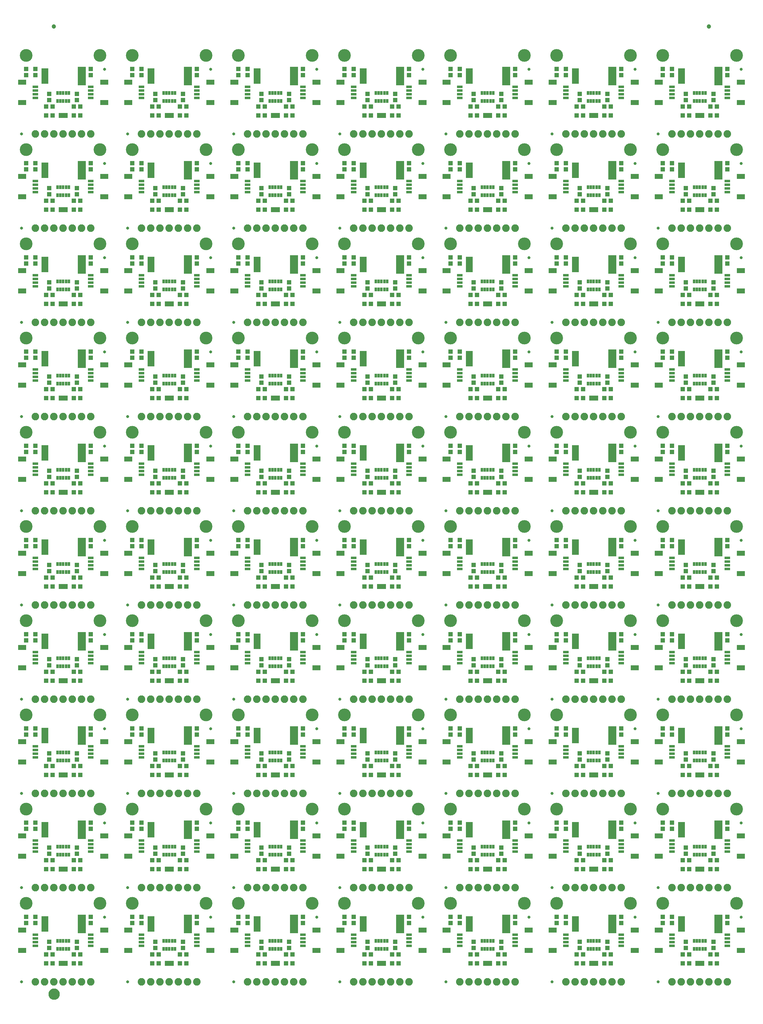
<source format=gts>
G75*
%MOIN*%
%OFA0B0*%
%FSLAX25Y25*%
%IPPOS*%
%LPD*%
%AMOC8*
5,1,8,0,0,1.08239X$1,22.5*
%
%ADD10R,0.08674X0.05524*%
%ADD11R,0.06115X0.03162*%
%ADD12R,0.05131X0.04737*%
%ADD13R,0.03300X0.05800*%
%ADD14C,0.13800*%
%ADD15C,0.03300*%
%ADD16C,0.08200*%
%ADD17R,0.08674X0.20485*%
%ADD18R,0.07493X0.16548*%
%ADD19R,0.02769X0.03950*%
%ADD20R,0.04737X0.05131*%
%ADD21C,0.04737*%
%ADD22C,0.05000*%
%ADD23C,0.06706*%
D10*
X0047031Y0067476D03*
X0047031Y0089524D03*
X0047031Y0169476D03*
X0047031Y0191524D03*
X0047031Y0271476D03*
X0047031Y0293524D03*
X0047031Y0373476D03*
X0047031Y0395524D03*
X0047031Y0475476D03*
X0047031Y0497524D03*
X0047031Y0577476D03*
X0047031Y0599524D03*
X0047031Y0679476D03*
X0047031Y0701524D03*
X0047031Y0781476D03*
X0047031Y0803524D03*
X0047031Y0883476D03*
X0047031Y0905524D03*
X0047031Y0985476D03*
X0047031Y1007524D03*
X0135969Y1007524D03*
X0135969Y0985476D03*
X0162031Y0985476D03*
X0162031Y1007524D03*
X0162031Y0905524D03*
X0162031Y0883476D03*
X0135969Y0883476D03*
X0135969Y0905524D03*
X0135969Y0803524D03*
X0135969Y0781476D03*
X0162031Y0781476D03*
X0162031Y0803524D03*
X0162031Y0701524D03*
X0162031Y0679476D03*
X0135969Y0679476D03*
X0135969Y0701524D03*
X0135969Y0599524D03*
X0135969Y0577476D03*
X0162031Y0577476D03*
X0162031Y0599524D03*
X0162031Y0497524D03*
X0162031Y0475476D03*
X0135969Y0475476D03*
X0135969Y0497524D03*
X0135969Y0395524D03*
X0135969Y0373476D03*
X0162031Y0373476D03*
X0162031Y0395524D03*
X0162031Y0293524D03*
X0162031Y0271476D03*
X0135969Y0271476D03*
X0135969Y0293524D03*
X0135969Y0191524D03*
X0135969Y0169476D03*
X0162031Y0169476D03*
X0162031Y0191524D03*
X0162031Y0089524D03*
X0162031Y0067476D03*
X0135969Y0067476D03*
X0135969Y0089524D03*
X0250969Y0089524D03*
X0250969Y0067476D03*
X0277031Y0067476D03*
X0277031Y0089524D03*
X0277031Y0169476D03*
X0277031Y0191524D03*
X0250969Y0191524D03*
X0250969Y0169476D03*
X0250969Y0271476D03*
X0250969Y0293524D03*
X0277031Y0293524D03*
X0277031Y0271476D03*
X0277031Y0373476D03*
X0277031Y0395524D03*
X0250969Y0395524D03*
X0250969Y0373476D03*
X0250969Y0475476D03*
X0250969Y0497524D03*
X0277031Y0497524D03*
X0277031Y0475476D03*
X0277031Y0577476D03*
X0277031Y0599524D03*
X0250969Y0599524D03*
X0250969Y0577476D03*
X0250969Y0679476D03*
X0250969Y0701524D03*
X0277031Y0701524D03*
X0277031Y0679476D03*
X0277031Y0781476D03*
X0277031Y0803524D03*
X0250969Y0803524D03*
X0250969Y0781476D03*
X0250969Y0883476D03*
X0250969Y0905524D03*
X0277031Y0905524D03*
X0277031Y0883476D03*
X0277031Y0985476D03*
X0277031Y1007524D03*
X0250969Y1007524D03*
X0250969Y0985476D03*
X0365969Y0985476D03*
X0365969Y1007524D03*
X0392031Y1007524D03*
X0392031Y0985476D03*
X0392031Y0905524D03*
X0392031Y0883476D03*
X0365969Y0883476D03*
X0365969Y0905524D03*
X0365969Y0803524D03*
X0365969Y0781476D03*
X0392031Y0781476D03*
X0392031Y0803524D03*
X0392031Y0701524D03*
X0392031Y0679476D03*
X0365969Y0679476D03*
X0365969Y0701524D03*
X0365969Y0599524D03*
X0365969Y0577476D03*
X0392031Y0577476D03*
X0392031Y0599524D03*
X0392031Y0497524D03*
X0392031Y0475476D03*
X0365969Y0475476D03*
X0365969Y0497524D03*
X0365969Y0395524D03*
X0365969Y0373476D03*
X0392031Y0373476D03*
X0392031Y0395524D03*
X0392031Y0293524D03*
X0392031Y0271476D03*
X0365969Y0271476D03*
X0365969Y0293524D03*
X0365969Y0191524D03*
X0365969Y0169476D03*
X0392031Y0169476D03*
X0392031Y0191524D03*
X0392031Y0089524D03*
X0392031Y0067476D03*
X0365969Y0067476D03*
X0365969Y0089524D03*
X0480969Y0089524D03*
X0480969Y0067476D03*
X0507031Y0067476D03*
X0507031Y0089524D03*
X0507031Y0169476D03*
X0507031Y0191524D03*
X0480969Y0191524D03*
X0480969Y0169476D03*
X0480969Y0271476D03*
X0480969Y0293524D03*
X0507031Y0293524D03*
X0507031Y0271476D03*
X0507031Y0373476D03*
X0507031Y0395524D03*
X0480969Y0395524D03*
X0480969Y0373476D03*
X0480969Y0475476D03*
X0480969Y0497524D03*
X0507031Y0497524D03*
X0507031Y0475476D03*
X0507031Y0577476D03*
X0507031Y0599524D03*
X0480969Y0599524D03*
X0480969Y0577476D03*
X0480969Y0679476D03*
X0480969Y0701524D03*
X0507031Y0701524D03*
X0507031Y0679476D03*
X0507031Y0781476D03*
X0507031Y0803524D03*
X0480969Y0803524D03*
X0480969Y0781476D03*
X0480969Y0883476D03*
X0480969Y0905524D03*
X0507031Y0905524D03*
X0507031Y0883476D03*
X0507031Y0985476D03*
X0507031Y1007524D03*
X0480969Y1007524D03*
X0480969Y0985476D03*
X0595969Y0985476D03*
X0595969Y1007524D03*
X0622031Y1007524D03*
X0622031Y0985476D03*
X0622031Y0905524D03*
X0622031Y0883476D03*
X0595969Y0883476D03*
X0595969Y0905524D03*
X0595969Y0803524D03*
X0595969Y0781476D03*
X0622031Y0781476D03*
X0622031Y0803524D03*
X0622031Y0701524D03*
X0622031Y0679476D03*
X0595969Y0679476D03*
X0595969Y0701524D03*
X0595969Y0599524D03*
X0595969Y0577476D03*
X0622031Y0577476D03*
X0622031Y0599524D03*
X0622031Y0497524D03*
X0622031Y0475476D03*
X0595969Y0475476D03*
X0595969Y0497524D03*
X0595969Y0395524D03*
X0595969Y0373476D03*
X0622031Y0373476D03*
X0622031Y0395524D03*
X0622031Y0293524D03*
X0622031Y0271476D03*
X0595969Y0271476D03*
X0595969Y0293524D03*
X0595969Y0191524D03*
X0595969Y0169476D03*
X0622031Y0169476D03*
X0622031Y0191524D03*
X0622031Y0089524D03*
X0622031Y0067476D03*
X0595969Y0067476D03*
X0595969Y0089524D03*
X0710969Y0089524D03*
X0710969Y0067476D03*
X0737031Y0067476D03*
X0737031Y0089524D03*
X0737031Y0169476D03*
X0737031Y0191524D03*
X0710969Y0191524D03*
X0710969Y0169476D03*
X0710969Y0271476D03*
X0710969Y0293524D03*
X0737031Y0293524D03*
X0737031Y0271476D03*
X0737031Y0373476D03*
X0737031Y0395524D03*
X0710969Y0395524D03*
X0710969Y0373476D03*
X0710969Y0475476D03*
X0710969Y0497524D03*
X0737031Y0497524D03*
X0737031Y0475476D03*
X0737031Y0577476D03*
X0737031Y0599524D03*
X0710969Y0599524D03*
X0710969Y0577476D03*
X0710969Y0679476D03*
X0710969Y0701524D03*
X0737031Y0701524D03*
X0737031Y0679476D03*
X0737031Y0781476D03*
X0737031Y0803524D03*
X0710969Y0803524D03*
X0710969Y0781476D03*
X0710969Y0883476D03*
X0710969Y0905524D03*
X0737031Y0905524D03*
X0737031Y0883476D03*
X0737031Y0985476D03*
X0737031Y1007524D03*
X0710969Y1007524D03*
X0710969Y0985476D03*
X0825969Y0985476D03*
X0825969Y1007524D03*
X0825969Y0905524D03*
X0825969Y0883476D03*
X0825969Y0803524D03*
X0825969Y0781476D03*
X0825969Y0701524D03*
X0825969Y0679476D03*
X0825969Y0599524D03*
X0825969Y0577476D03*
X0825969Y0497524D03*
X0825969Y0475476D03*
X0825969Y0395524D03*
X0825969Y0373476D03*
X0825969Y0293524D03*
X0825969Y0271476D03*
X0825969Y0191524D03*
X0825969Y0169476D03*
X0825969Y0089524D03*
X0825969Y0067476D03*
D11*
X0811500Y0072594D03*
X0811500Y0076531D03*
X0811500Y0080469D03*
X0811500Y0084406D03*
X0751500Y0084406D03*
X0751500Y0080469D03*
X0751500Y0076531D03*
X0751500Y0072594D03*
X0696500Y0072594D03*
X0696500Y0076531D03*
X0696500Y0080469D03*
X0696500Y0084406D03*
X0636500Y0084406D03*
X0636500Y0080469D03*
X0636500Y0076531D03*
X0636500Y0072594D03*
X0581500Y0072594D03*
X0581500Y0076531D03*
X0581500Y0080469D03*
X0581500Y0084406D03*
X0521500Y0084406D03*
X0521500Y0080469D03*
X0521500Y0076531D03*
X0521500Y0072594D03*
X0466500Y0072594D03*
X0466500Y0076531D03*
X0466500Y0080469D03*
X0466500Y0084406D03*
X0406500Y0084406D03*
X0406500Y0080469D03*
X0406500Y0076531D03*
X0406500Y0072594D03*
X0351500Y0072594D03*
X0351500Y0076531D03*
X0351500Y0080469D03*
X0351500Y0084406D03*
X0291500Y0084406D03*
X0291500Y0080469D03*
X0291500Y0076531D03*
X0291500Y0072594D03*
X0236500Y0072594D03*
X0236500Y0076531D03*
X0236500Y0080469D03*
X0236500Y0084406D03*
X0176500Y0084406D03*
X0176500Y0080469D03*
X0176500Y0076531D03*
X0176500Y0072594D03*
X0121500Y0072594D03*
X0121500Y0076531D03*
X0121500Y0080469D03*
X0121500Y0084406D03*
X0061500Y0084406D03*
X0061500Y0080469D03*
X0061500Y0076531D03*
X0061500Y0072594D03*
X0061500Y0174594D03*
X0061500Y0178531D03*
X0061500Y0182469D03*
X0061500Y0186406D03*
X0121500Y0186406D03*
X0121500Y0182469D03*
X0121500Y0178531D03*
X0121500Y0174594D03*
X0176500Y0174594D03*
X0176500Y0178531D03*
X0176500Y0182469D03*
X0176500Y0186406D03*
X0236500Y0186406D03*
X0236500Y0182469D03*
X0236500Y0178531D03*
X0236500Y0174594D03*
X0291500Y0174594D03*
X0291500Y0178531D03*
X0291500Y0182469D03*
X0291500Y0186406D03*
X0351500Y0186406D03*
X0351500Y0182469D03*
X0351500Y0178531D03*
X0351500Y0174594D03*
X0406500Y0174594D03*
X0406500Y0178531D03*
X0406500Y0182469D03*
X0406500Y0186406D03*
X0466500Y0186406D03*
X0466500Y0182469D03*
X0466500Y0178531D03*
X0466500Y0174594D03*
X0521500Y0174594D03*
X0521500Y0178531D03*
X0521500Y0182469D03*
X0521500Y0186406D03*
X0581500Y0186406D03*
X0581500Y0182469D03*
X0581500Y0178531D03*
X0581500Y0174594D03*
X0636500Y0174594D03*
X0636500Y0178531D03*
X0636500Y0182469D03*
X0636500Y0186406D03*
X0696500Y0186406D03*
X0696500Y0182469D03*
X0696500Y0178531D03*
X0696500Y0174594D03*
X0751500Y0174594D03*
X0751500Y0178531D03*
X0751500Y0182469D03*
X0751500Y0186406D03*
X0811500Y0186406D03*
X0811500Y0182469D03*
X0811500Y0178531D03*
X0811500Y0174594D03*
X0811500Y0276594D03*
X0811500Y0280531D03*
X0811500Y0284469D03*
X0811500Y0288406D03*
X0751500Y0288406D03*
X0751500Y0284469D03*
X0751500Y0280531D03*
X0751500Y0276594D03*
X0696500Y0276594D03*
X0696500Y0280531D03*
X0696500Y0284469D03*
X0696500Y0288406D03*
X0636500Y0288406D03*
X0636500Y0284469D03*
X0636500Y0280531D03*
X0636500Y0276594D03*
X0581500Y0276594D03*
X0581500Y0280531D03*
X0581500Y0284469D03*
X0581500Y0288406D03*
X0521500Y0288406D03*
X0521500Y0284469D03*
X0521500Y0280531D03*
X0521500Y0276594D03*
X0466500Y0276594D03*
X0466500Y0280531D03*
X0466500Y0284469D03*
X0466500Y0288406D03*
X0406500Y0288406D03*
X0406500Y0284469D03*
X0406500Y0280531D03*
X0406500Y0276594D03*
X0351500Y0276594D03*
X0351500Y0280531D03*
X0351500Y0284469D03*
X0351500Y0288406D03*
X0291500Y0288406D03*
X0291500Y0284469D03*
X0291500Y0280531D03*
X0291500Y0276594D03*
X0236500Y0276594D03*
X0236500Y0280531D03*
X0236500Y0284469D03*
X0236500Y0288406D03*
X0176500Y0288406D03*
X0176500Y0284469D03*
X0176500Y0280531D03*
X0176500Y0276594D03*
X0121500Y0276594D03*
X0121500Y0280531D03*
X0121500Y0284469D03*
X0121500Y0288406D03*
X0061500Y0288406D03*
X0061500Y0284469D03*
X0061500Y0280531D03*
X0061500Y0276594D03*
X0061500Y0378594D03*
X0061500Y0382531D03*
X0061500Y0386469D03*
X0061500Y0390406D03*
X0121500Y0390406D03*
X0121500Y0386469D03*
X0121500Y0382531D03*
X0121500Y0378594D03*
X0176500Y0378594D03*
X0176500Y0382531D03*
X0176500Y0386469D03*
X0176500Y0390406D03*
X0236500Y0390406D03*
X0236500Y0386469D03*
X0236500Y0382531D03*
X0236500Y0378594D03*
X0291500Y0378594D03*
X0291500Y0382531D03*
X0291500Y0386469D03*
X0291500Y0390406D03*
X0351500Y0390406D03*
X0351500Y0386469D03*
X0351500Y0382531D03*
X0351500Y0378594D03*
X0406500Y0378594D03*
X0406500Y0382531D03*
X0406500Y0386469D03*
X0406500Y0390406D03*
X0466500Y0390406D03*
X0466500Y0386469D03*
X0466500Y0382531D03*
X0466500Y0378594D03*
X0521500Y0378594D03*
X0521500Y0382531D03*
X0521500Y0386469D03*
X0521500Y0390406D03*
X0581500Y0390406D03*
X0581500Y0386469D03*
X0581500Y0382531D03*
X0581500Y0378594D03*
X0636500Y0378594D03*
X0636500Y0382531D03*
X0636500Y0386469D03*
X0636500Y0390406D03*
X0696500Y0390406D03*
X0696500Y0386469D03*
X0696500Y0382531D03*
X0696500Y0378594D03*
X0751500Y0378594D03*
X0751500Y0382531D03*
X0751500Y0386469D03*
X0751500Y0390406D03*
X0811500Y0390406D03*
X0811500Y0386469D03*
X0811500Y0382531D03*
X0811500Y0378594D03*
X0811500Y0480594D03*
X0811500Y0484531D03*
X0811500Y0488469D03*
X0811500Y0492406D03*
X0751500Y0492406D03*
X0751500Y0488469D03*
X0751500Y0484531D03*
X0751500Y0480594D03*
X0696500Y0480594D03*
X0696500Y0484531D03*
X0696500Y0488469D03*
X0696500Y0492406D03*
X0636500Y0492406D03*
X0636500Y0488469D03*
X0636500Y0484531D03*
X0636500Y0480594D03*
X0581500Y0480594D03*
X0581500Y0484531D03*
X0581500Y0488469D03*
X0581500Y0492406D03*
X0521500Y0492406D03*
X0521500Y0488469D03*
X0521500Y0484531D03*
X0521500Y0480594D03*
X0466500Y0480594D03*
X0466500Y0484531D03*
X0466500Y0488469D03*
X0466500Y0492406D03*
X0406500Y0492406D03*
X0406500Y0488469D03*
X0406500Y0484531D03*
X0406500Y0480594D03*
X0351500Y0480594D03*
X0351500Y0484531D03*
X0351500Y0488469D03*
X0351500Y0492406D03*
X0291500Y0492406D03*
X0291500Y0488469D03*
X0291500Y0484531D03*
X0291500Y0480594D03*
X0236500Y0480594D03*
X0236500Y0484531D03*
X0236500Y0488469D03*
X0236500Y0492406D03*
X0176500Y0492406D03*
X0176500Y0488469D03*
X0176500Y0484531D03*
X0176500Y0480594D03*
X0121500Y0480594D03*
X0121500Y0484531D03*
X0121500Y0488469D03*
X0121500Y0492406D03*
X0061500Y0492406D03*
X0061500Y0488469D03*
X0061500Y0484531D03*
X0061500Y0480594D03*
X0061500Y0582594D03*
X0061500Y0586531D03*
X0061500Y0590469D03*
X0061500Y0594406D03*
X0121500Y0594406D03*
X0121500Y0590469D03*
X0121500Y0586531D03*
X0121500Y0582594D03*
X0176500Y0582594D03*
X0176500Y0586531D03*
X0176500Y0590469D03*
X0176500Y0594406D03*
X0236500Y0594406D03*
X0236500Y0590469D03*
X0236500Y0586531D03*
X0236500Y0582594D03*
X0291500Y0582594D03*
X0291500Y0586531D03*
X0291500Y0590469D03*
X0291500Y0594406D03*
X0351500Y0594406D03*
X0351500Y0590469D03*
X0351500Y0586531D03*
X0351500Y0582594D03*
X0406500Y0582594D03*
X0406500Y0586531D03*
X0406500Y0590469D03*
X0406500Y0594406D03*
X0466500Y0594406D03*
X0466500Y0590469D03*
X0466500Y0586531D03*
X0466500Y0582594D03*
X0521500Y0582594D03*
X0521500Y0586531D03*
X0521500Y0590469D03*
X0521500Y0594406D03*
X0581500Y0594406D03*
X0581500Y0590469D03*
X0581500Y0586531D03*
X0581500Y0582594D03*
X0636500Y0582594D03*
X0636500Y0586531D03*
X0636500Y0590469D03*
X0636500Y0594406D03*
X0696500Y0594406D03*
X0696500Y0590469D03*
X0696500Y0586531D03*
X0696500Y0582594D03*
X0751500Y0582594D03*
X0751500Y0586531D03*
X0751500Y0590469D03*
X0751500Y0594406D03*
X0811500Y0594406D03*
X0811500Y0590469D03*
X0811500Y0586531D03*
X0811500Y0582594D03*
X0811500Y0684594D03*
X0811500Y0688531D03*
X0811500Y0692469D03*
X0811500Y0696406D03*
X0751500Y0696406D03*
X0751500Y0692469D03*
X0751500Y0688531D03*
X0751500Y0684594D03*
X0696500Y0684594D03*
X0696500Y0688531D03*
X0696500Y0692469D03*
X0696500Y0696406D03*
X0636500Y0696406D03*
X0636500Y0692469D03*
X0636500Y0688531D03*
X0636500Y0684594D03*
X0581500Y0684594D03*
X0581500Y0688531D03*
X0581500Y0692469D03*
X0581500Y0696406D03*
X0521500Y0696406D03*
X0521500Y0692469D03*
X0521500Y0688531D03*
X0521500Y0684594D03*
X0466500Y0684594D03*
X0466500Y0688531D03*
X0466500Y0692469D03*
X0466500Y0696406D03*
X0406500Y0696406D03*
X0406500Y0692469D03*
X0406500Y0688531D03*
X0406500Y0684594D03*
X0351500Y0684594D03*
X0351500Y0688531D03*
X0351500Y0692469D03*
X0351500Y0696406D03*
X0291500Y0696406D03*
X0291500Y0692469D03*
X0291500Y0688531D03*
X0291500Y0684594D03*
X0236500Y0684594D03*
X0236500Y0688531D03*
X0236500Y0692469D03*
X0236500Y0696406D03*
X0176500Y0696406D03*
X0176500Y0692469D03*
X0176500Y0688531D03*
X0176500Y0684594D03*
X0121500Y0684594D03*
X0121500Y0688531D03*
X0121500Y0692469D03*
X0121500Y0696406D03*
X0061500Y0696406D03*
X0061500Y0692469D03*
X0061500Y0688531D03*
X0061500Y0684594D03*
X0061500Y0786594D03*
X0061500Y0790531D03*
X0061500Y0794469D03*
X0061500Y0798406D03*
X0121500Y0798406D03*
X0121500Y0794469D03*
X0121500Y0790531D03*
X0121500Y0786594D03*
X0176500Y0786594D03*
X0176500Y0790531D03*
X0176500Y0794469D03*
X0176500Y0798406D03*
X0236500Y0798406D03*
X0236500Y0794469D03*
X0236500Y0790531D03*
X0236500Y0786594D03*
X0291500Y0786594D03*
X0291500Y0790531D03*
X0291500Y0794469D03*
X0291500Y0798406D03*
X0351500Y0798406D03*
X0351500Y0794469D03*
X0351500Y0790531D03*
X0351500Y0786594D03*
X0406500Y0786594D03*
X0406500Y0790531D03*
X0406500Y0794469D03*
X0406500Y0798406D03*
X0466500Y0798406D03*
X0466500Y0794469D03*
X0466500Y0790531D03*
X0466500Y0786594D03*
X0521500Y0786594D03*
X0521500Y0790531D03*
X0521500Y0794469D03*
X0521500Y0798406D03*
X0581500Y0798406D03*
X0581500Y0794469D03*
X0581500Y0790531D03*
X0581500Y0786594D03*
X0636500Y0786594D03*
X0636500Y0790531D03*
X0636500Y0794469D03*
X0636500Y0798406D03*
X0696500Y0798406D03*
X0696500Y0794469D03*
X0696500Y0790531D03*
X0696500Y0786594D03*
X0751500Y0786594D03*
X0751500Y0790531D03*
X0751500Y0794469D03*
X0751500Y0798406D03*
X0811500Y0798406D03*
X0811500Y0794469D03*
X0811500Y0790531D03*
X0811500Y0786594D03*
X0811500Y0888594D03*
X0811500Y0892531D03*
X0811500Y0896469D03*
X0811500Y0900406D03*
X0751500Y0900406D03*
X0751500Y0896469D03*
X0751500Y0892531D03*
X0751500Y0888594D03*
X0696500Y0888594D03*
X0696500Y0892531D03*
X0696500Y0896469D03*
X0696500Y0900406D03*
X0636500Y0900406D03*
X0636500Y0896469D03*
X0636500Y0892531D03*
X0636500Y0888594D03*
X0581500Y0888594D03*
X0581500Y0892531D03*
X0581500Y0896469D03*
X0581500Y0900406D03*
X0521500Y0900406D03*
X0521500Y0896469D03*
X0521500Y0892531D03*
X0521500Y0888594D03*
X0466500Y0888594D03*
X0466500Y0892531D03*
X0466500Y0896469D03*
X0466500Y0900406D03*
X0406500Y0900406D03*
X0406500Y0896469D03*
X0406500Y0892531D03*
X0406500Y0888594D03*
X0351500Y0888594D03*
X0351500Y0892531D03*
X0351500Y0896469D03*
X0351500Y0900406D03*
X0291500Y0900406D03*
X0291500Y0896469D03*
X0291500Y0892531D03*
X0291500Y0888594D03*
X0236500Y0888594D03*
X0236500Y0892531D03*
X0236500Y0896469D03*
X0236500Y0900406D03*
X0176500Y0900406D03*
X0176500Y0896469D03*
X0176500Y0892531D03*
X0176500Y0888594D03*
X0121500Y0888594D03*
X0121500Y0892531D03*
X0121500Y0896469D03*
X0121500Y0900406D03*
X0061500Y0900406D03*
X0061500Y0896469D03*
X0061500Y0892531D03*
X0061500Y0888594D03*
X0061500Y0990594D03*
X0061500Y0994531D03*
X0061500Y0998469D03*
X0061500Y1002406D03*
X0121500Y1002406D03*
X0121500Y0998469D03*
X0121500Y0994531D03*
X0121500Y0990594D03*
X0176500Y0990594D03*
X0176500Y0994531D03*
X0176500Y0998469D03*
X0176500Y1002406D03*
X0236500Y1002406D03*
X0236500Y0998469D03*
X0236500Y0994531D03*
X0236500Y0990594D03*
X0291500Y0990594D03*
X0291500Y0994531D03*
X0291500Y0998469D03*
X0291500Y1002406D03*
X0351500Y1002406D03*
X0351500Y0998469D03*
X0351500Y0994531D03*
X0351500Y0990594D03*
X0406500Y0990594D03*
X0406500Y0994531D03*
X0406500Y0998469D03*
X0406500Y1002406D03*
X0466500Y1002406D03*
X0466500Y0998469D03*
X0466500Y0994531D03*
X0466500Y0990594D03*
X0521500Y0990594D03*
X0521500Y0994531D03*
X0521500Y0998469D03*
X0521500Y1002406D03*
X0581500Y1002406D03*
X0581500Y0998469D03*
X0581500Y0994531D03*
X0581500Y0990594D03*
X0636500Y0990594D03*
X0636500Y0994531D03*
X0636500Y0998469D03*
X0636500Y1002406D03*
X0696500Y1002406D03*
X0696500Y0998469D03*
X0696500Y0994531D03*
X0696500Y0990594D03*
X0751500Y0990594D03*
X0751500Y0994531D03*
X0751500Y0998469D03*
X0751500Y1002406D03*
X0811500Y1002406D03*
X0811500Y0998469D03*
X0811500Y0994531D03*
X0811500Y0990594D03*
D12*
X0799846Y0981000D03*
X0793154Y0981000D03*
X0793154Y0971500D03*
X0799846Y0971500D03*
X0769846Y0971500D03*
X0763154Y0971500D03*
X0763154Y0981000D03*
X0769846Y0981000D03*
X0684846Y0981000D03*
X0678154Y0981000D03*
X0678154Y0971500D03*
X0684846Y0971500D03*
X0654846Y0971500D03*
X0648154Y0971500D03*
X0648154Y0981000D03*
X0654846Y0981000D03*
X0569846Y0981000D03*
X0563154Y0981000D03*
X0563154Y0971500D03*
X0569846Y0971500D03*
X0539846Y0971500D03*
X0533154Y0971500D03*
X0533154Y0981000D03*
X0539846Y0981000D03*
X0454846Y0981000D03*
X0448154Y0981000D03*
X0448154Y0971500D03*
X0454846Y0971500D03*
X0424846Y0971500D03*
X0418154Y0971500D03*
X0418154Y0981000D03*
X0424846Y0981000D03*
X0339846Y0981000D03*
X0333154Y0981000D03*
X0333154Y0971500D03*
X0339846Y0971500D03*
X0309846Y0971500D03*
X0303154Y0971500D03*
X0303154Y0981000D03*
X0309846Y0981000D03*
X0224846Y0981000D03*
X0218154Y0981000D03*
X0218154Y0971500D03*
X0224846Y0971500D03*
X0194846Y0971500D03*
X0188154Y0971500D03*
X0188154Y0981000D03*
X0194846Y0981000D03*
X0109846Y0981000D03*
X0103154Y0981000D03*
X0103154Y0971500D03*
X0109846Y0971500D03*
X0079846Y0971500D03*
X0073154Y0971500D03*
X0073154Y0981000D03*
X0079846Y0981000D03*
X0079846Y0879000D03*
X0073154Y0879000D03*
X0073154Y0869500D03*
X0079846Y0869500D03*
X0103154Y0869500D03*
X0109846Y0869500D03*
X0109846Y0879000D03*
X0103154Y0879000D03*
X0103154Y0777000D03*
X0109846Y0777000D03*
X0109846Y0767500D03*
X0103154Y0767500D03*
X0079846Y0767500D03*
X0073154Y0767500D03*
X0073154Y0777000D03*
X0079846Y0777000D03*
X0079846Y0675000D03*
X0073154Y0675000D03*
X0073154Y0665500D03*
X0079846Y0665500D03*
X0103154Y0665500D03*
X0109846Y0665500D03*
X0109846Y0675000D03*
X0103154Y0675000D03*
X0103154Y0573000D03*
X0109846Y0573000D03*
X0109846Y0563500D03*
X0103154Y0563500D03*
X0079846Y0563500D03*
X0073154Y0563500D03*
X0073154Y0573000D03*
X0079846Y0573000D03*
X0079846Y0471000D03*
X0073154Y0471000D03*
X0073154Y0461500D03*
X0079846Y0461500D03*
X0103154Y0461500D03*
X0109846Y0461500D03*
X0109846Y0471000D03*
X0103154Y0471000D03*
X0103154Y0369000D03*
X0109846Y0369000D03*
X0109846Y0359500D03*
X0103154Y0359500D03*
X0079846Y0359500D03*
X0073154Y0359500D03*
X0073154Y0369000D03*
X0079846Y0369000D03*
X0079846Y0267000D03*
X0073154Y0267000D03*
X0073154Y0257500D03*
X0079846Y0257500D03*
X0103154Y0257500D03*
X0109846Y0257500D03*
X0109846Y0267000D03*
X0103154Y0267000D03*
X0103154Y0165000D03*
X0109846Y0165000D03*
X0109846Y0155500D03*
X0103154Y0155500D03*
X0079846Y0155500D03*
X0073154Y0155500D03*
X0073154Y0165000D03*
X0079846Y0165000D03*
X0079846Y0063000D03*
X0073154Y0063000D03*
X0073154Y0053500D03*
X0079846Y0053500D03*
X0103154Y0053500D03*
X0109846Y0053500D03*
X0109846Y0063000D03*
X0103154Y0063000D03*
X0188154Y0063000D03*
X0194846Y0063000D03*
X0194846Y0053500D03*
X0188154Y0053500D03*
X0218154Y0053500D03*
X0224846Y0053500D03*
X0224846Y0063000D03*
X0218154Y0063000D03*
X0218154Y0155500D03*
X0224846Y0155500D03*
X0224846Y0165000D03*
X0218154Y0165000D03*
X0194846Y0165000D03*
X0188154Y0165000D03*
X0188154Y0155500D03*
X0194846Y0155500D03*
X0194846Y0257500D03*
X0188154Y0257500D03*
X0188154Y0267000D03*
X0194846Y0267000D03*
X0218154Y0267000D03*
X0224846Y0267000D03*
X0224846Y0257500D03*
X0218154Y0257500D03*
X0303154Y0257500D03*
X0309846Y0257500D03*
X0309846Y0267000D03*
X0303154Y0267000D03*
X0333154Y0267000D03*
X0339846Y0267000D03*
X0339846Y0257500D03*
X0333154Y0257500D03*
X0333154Y0165000D03*
X0339846Y0165000D03*
X0339846Y0155500D03*
X0333154Y0155500D03*
X0309846Y0155500D03*
X0303154Y0155500D03*
X0303154Y0165000D03*
X0309846Y0165000D03*
X0309846Y0063000D03*
X0303154Y0063000D03*
X0303154Y0053500D03*
X0309846Y0053500D03*
X0333154Y0053500D03*
X0339846Y0053500D03*
X0339846Y0063000D03*
X0333154Y0063000D03*
X0418154Y0063000D03*
X0424846Y0063000D03*
X0424846Y0053500D03*
X0418154Y0053500D03*
X0448154Y0053500D03*
X0454846Y0053500D03*
X0454846Y0063000D03*
X0448154Y0063000D03*
X0448154Y0155500D03*
X0454846Y0155500D03*
X0454846Y0165000D03*
X0448154Y0165000D03*
X0424846Y0165000D03*
X0418154Y0165000D03*
X0418154Y0155500D03*
X0424846Y0155500D03*
X0424846Y0257500D03*
X0418154Y0257500D03*
X0418154Y0267000D03*
X0424846Y0267000D03*
X0448154Y0267000D03*
X0454846Y0267000D03*
X0454846Y0257500D03*
X0448154Y0257500D03*
X0533154Y0257500D03*
X0539846Y0257500D03*
X0539846Y0267000D03*
X0533154Y0267000D03*
X0563154Y0267000D03*
X0569846Y0267000D03*
X0569846Y0257500D03*
X0563154Y0257500D03*
X0563154Y0165000D03*
X0569846Y0165000D03*
X0569846Y0155500D03*
X0563154Y0155500D03*
X0539846Y0155500D03*
X0533154Y0155500D03*
X0533154Y0165000D03*
X0539846Y0165000D03*
X0539846Y0063000D03*
X0533154Y0063000D03*
X0533154Y0053500D03*
X0539846Y0053500D03*
X0563154Y0053500D03*
X0569846Y0053500D03*
X0569846Y0063000D03*
X0563154Y0063000D03*
X0648154Y0063000D03*
X0654846Y0063000D03*
X0654846Y0053500D03*
X0648154Y0053500D03*
X0678154Y0053500D03*
X0684846Y0053500D03*
X0684846Y0063000D03*
X0678154Y0063000D03*
X0678154Y0155500D03*
X0684846Y0155500D03*
X0684846Y0165000D03*
X0678154Y0165000D03*
X0654846Y0165000D03*
X0648154Y0165000D03*
X0648154Y0155500D03*
X0654846Y0155500D03*
X0654846Y0257500D03*
X0648154Y0257500D03*
X0648154Y0267000D03*
X0654846Y0267000D03*
X0678154Y0267000D03*
X0684846Y0267000D03*
X0684846Y0257500D03*
X0678154Y0257500D03*
X0763154Y0257500D03*
X0769846Y0257500D03*
X0769846Y0267000D03*
X0763154Y0267000D03*
X0793154Y0267000D03*
X0799846Y0267000D03*
X0799846Y0257500D03*
X0793154Y0257500D03*
X0793154Y0165000D03*
X0799846Y0165000D03*
X0799846Y0155500D03*
X0793154Y0155500D03*
X0769846Y0155500D03*
X0763154Y0155500D03*
X0763154Y0165000D03*
X0769846Y0165000D03*
X0769846Y0063000D03*
X0763154Y0063000D03*
X0763154Y0053500D03*
X0769846Y0053500D03*
X0793154Y0053500D03*
X0799846Y0053500D03*
X0799846Y0063000D03*
X0793154Y0063000D03*
X0793154Y0359500D03*
X0799846Y0359500D03*
X0799846Y0369000D03*
X0793154Y0369000D03*
X0769846Y0369000D03*
X0763154Y0369000D03*
X0763154Y0359500D03*
X0769846Y0359500D03*
X0769846Y0461500D03*
X0763154Y0461500D03*
X0763154Y0471000D03*
X0769846Y0471000D03*
X0793154Y0471000D03*
X0799846Y0471000D03*
X0799846Y0461500D03*
X0793154Y0461500D03*
X0793154Y0563500D03*
X0799846Y0563500D03*
X0799846Y0573000D03*
X0793154Y0573000D03*
X0769846Y0573000D03*
X0763154Y0573000D03*
X0763154Y0563500D03*
X0769846Y0563500D03*
X0769846Y0665500D03*
X0763154Y0665500D03*
X0763154Y0675000D03*
X0769846Y0675000D03*
X0793154Y0675000D03*
X0799846Y0675000D03*
X0799846Y0665500D03*
X0793154Y0665500D03*
X0793154Y0767500D03*
X0799846Y0767500D03*
X0799846Y0777000D03*
X0793154Y0777000D03*
X0769846Y0777000D03*
X0763154Y0777000D03*
X0763154Y0767500D03*
X0769846Y0767500D03*
X0769846Y0869500D03*
X0763154Y0869500D03*
X0763154Y0879000D03*
X0769846Y0879000D03*
X0793154Y0879000D03*
X0799846Y0879000D03*
X0799846Y0869500D03*
X0793154Y0869500D03*
X0684846Y0869500D03*
X0678154Y0869500D03*
X0678154Y0879000D03*
X0684846Y0879000D03*
X0654846Y0879000D03*
X0648154Y0879000D03*
X0648154Y0869500D03*
X0654846Y0869500D03*
X0654846Y0777000D03*
X0648154Y0777000D03*
X0648154Y0767500D03*
X0654846Y0767500D03*
X0678154Y0767500D03*
X0684846Y0767500D03*
X0684846Y0777000D03*
X0678154Y0777000D03*
X0678154Y0675000D03*
X0684846Y0675000D03*
X0684846Y0665500D03*
X0678154Y0665500D03*
X0654846Y0665500D03*
X0648154Y0665500D03*
X0648154Y0675000D03*
X0654846Y0675000D03*
X0654846Y0573000D03*
X0648154Y0573000D03*
X0648154Y0563500D03*
X0654846Y0563500D03*
X0678154Y0563500D03*
X0684846Y0563500D03*
X0684846Y0573000D03*
X0678154Y0573000D03*
X0678154Y0471000D03*
X0684846Y0471000D03*
X0684846Y0461500D03*
X0678154Y0461500D03*
X0654846Y0461500D03*
X0648154Y0461500D03*
X0648154Y0471000D03*
X0654846Y0471000D03*
X0654846Y0369000D03*
X0648154Y0369000D03*
X0648154Y0359500D03*
X0654846Y0359500D03*
X0678154Y0359500D03*
X0684846Y0359500D03*
X0684846Y0369000D03*
X0678154Y0369000D03*
X0569846Y0369000D03*
X0563154Y0369000D03*
X0563154Y0359500D03*
X0569846Y0359500D03*
X0539846Y0359500D03*
X0533154Y0359500D03*
X0533154Y0369000D03*
X0539846Y0369000D03*
X0539846Y0461500D03*
X0533154Y0461500D03*
X0533154Y0471000D03*
X0539846Y0471000D03*
X0563154Y0471000D03*
X0569846Y0471000D03*
X0569846Y0461500D03*
X0563154Y0461500D03*
X0563154Y0563500D03*
X0569846Y0563500D03*
X0569846Y0573000D03*
X0563154Y0573000D03*
X0539846Y0573000D03*
X0533154Y0573000D03*
X0533154Y0563500D03*
X0539846Y0563500D03*
X0454846Y0563500D03*
X0448154Y0563500D03*
X0448154Y0573000D03*
X0454846Y0573000D03*
X0424846Y0573000D03*
X0418154Y0573000D03*
X0418154Y0563500D03*
X0424846Y0563500D03*
X0424846Y0471000D03*
X0418154Y0471000D03*
X0418154Y0461500D03*
X0424846Y0461500D03*
X0448154Y0461500D03*
X0454846Y0461500D03*
X0454846Y0471000D03*
X0448154Y0471000D03*
X0448154Y0369000D03*
X0454846Y0369000D03*
X0454846Y0359500D03*
X0448154Y0359500D03*
X0424846Y0359500D03*
X0418154Y0359500D03*
X0418154Y0369000D03*
X0424846Y0369000D03*
X0339846Y0369000D03*
X0333154Y0369000D03*
X0333154Y0359500D03*
X0339846Y0359500D03*
X0309846Y0359500D03*
X0303154Y0359500D03*
X0303154Y0369000D03*
X0309846Y0369000D03*
X0309846Y0461500D03*
X0303154Y0461500D03*
X0303154Y0471000D03*
X0309846Y0471000D03*
X0333154Y0471000D03*
X0339846Y0471000D03*
X0339846Y0461500D03*
X0333154Y0461500D03*
X0333154Y0563500D03*
X0339846Y0563500D03*
X0339846Y0573000D03*
X0333154Y0573000D03*
X0309846Y0573000D03*
X0303154Y0573000D03*
X0303154Y0563500D03*
X0309846Y0563500D03*
X0309846Y0665500D03*
X0303154Y0665500D03*
X0303154Y0675000D03*
X0309846Y0675000D03*
X0333154Y0675000D03*
X0339846Y0675000D03*
X0339846Y0665500D03*
X0333154Y0665500D03*
X0418154Y0665500D03*
X0424846Y0665500D03*
X0424846Y0675000D03*
X0418154Y0675000D03*
X0448154Y0675000D03*
X0454846Y0675000D03*
X0454846Y0665500D03*
X0448154Y0665500D03*
X0533154Y0665500D03*
X0539846Y0665500D03*
X0539846Y0675000D03*
X0533154Y0675000D03*
X0563154Y0675000D03*
X0569846Y0675000D03*
X0569846Y0665500D03*
X0563154Y0665500D03*
X0563154Y0767500D03*
X0569846Y0767500D03*
X0569846Y0777000D03*
X0563154Y0777000D03*
X0539846Y0777000D03*
X0533154Y0777000D03*
X0533154Y0767500D03*
X0539846Y0767500D03*
X0454846Y0767500D03*
X0448154Y0767500D03*
X0448154Y0777000D03*
X0454846Y0777000D03*
X0424846Y0777000D03*
X0418154Y0777000D03*
X0418154Y0767500D03*
X0424846Y0767500D03*
X0424846Y0869500D03*
X0418154Y0869500D03*
X0418154Y0879000D03*
X0424846Y0879000D03*
X0448154Y0879000D03*
X0454846Y0879000D03*
X0454846Y0869500D03*
X0448154Y0869500D03*
X0533154Y0869500D03*
X0539846Y0869500D03*
X0539846Y0879000D03*
X0533154Y0879000D03*
X0563154Y0879000D03*
X0569846Y0879000D03*
X0569846Y0869500D03*
X0563154Y0869500D03*
X0339846Y0869500D03*
X0333154Y0869500D03*
X0333154Y0879000D03*
X0339846Y0879000D03*
X0309846Y0879000D03*
X0303154Y0879000D03*
X0303154Y0869500D03*
X0309846Y0869500D03*
X0309846Y0777000D03*
X0303154Y0777000D03*
X0303154Y0767500D03*
X0309846Y0767500D03*
X0333154Y0767500D03*
X0339846Y0767500D03*
X0339846Y0777000D03*
X0333154Y0777000D03*
X0224846Y0777000D03*
X0218154Y0777000D03*
X0218154Y0767500D03*
X0224846Y0767500D03*
X0194846Y0767500D03*
X0188154Y0767500D03*
X0188154Y0777000D03*
X0194846Y0777000D03*
X0194846Y0869500D03*
X0188154Y0869500D03*
X0188154Y0879000D03*
X0194846Y0879000D03*
X0218154Y0879000D03*
X0224846Y0879000D03*
X0224846Y0869500D03*
X0218154Y0869500D03*
X0218154Y0675000D03*
X0224846Y0675000D03*
X0224846Y0665500D03*
X0218154Y0665500D03*
X0194846Y0665500D03*
X0188154Y0665500D03*
X0188154Y0675000D03*
X0194846Y0675000D03*
X0194846Y0573000D03*
X0188154Y0573000D03*
X0188154Y0563500D03*
X0194846Y0563500D03*
X0218154Y0563500D03*
X0224846Y0563500D03*
X0224846Y0573000D03*
X0218154Y0573000D03*
X0218154Y0471000D03*
X0224846Y0471000D03*
X0224846Y0461500D03*
X0218154Y0461500D03*
X0194846Y0461500D03*
X0188154Y0461500D03*
X0188154Y0471000D03*
X0194846Y0471000D03*
X0194846Y0369000D03*
X0188154Y0369000D03*
X0188154Y0359500D03*
X0194846Y0359500D03*
X0218154Y0359500D03*
X0224846Y0359500D03*
X0224846Y0369000D03*
X0218154Y0369000D03*
D13*
X0209700Y0359500D03*
X0206500Y0359500D03*
X0203300Y0359500D03*
X0203300Y0461500D03*
X0206500Y0461500D03*
X0209700Y0461500D03*
X0209700Y0563500D03*
X0206500Y0563500D03*
X0203300Y0563500D03*
X0203300Y0665500D03*
X0206500Y0665500D03*
X0209700Y0665500D03*
X0209700Y0767500D03*
X0206500Y0767500D03*
X0203300Y0767500D03*
X0203300Y0869500D03*
X0206500Y0869500D03*
X0209700Y0869500D03*
X0209700Y0971500D03*
X0206500Y0971500D03*
X0203300Y0971500D03*
X0094700Y0971500D03*
X0091500Y0971500D03*
X0088300Y0971500D03*
X0088300Y0869500D03*
X0091500Y0869500D03*
X0094700Y0869500D03*
X0094700Y0767500D03*
X0091500Y0767500D03*
X0088300Y0767500D03*
X0088300Y0665500D03*
X0091500Y0665500D03*
X0094700Y0665500D03*
X0094700Y0563500D03*
X0091500Y0563500D03*
X0088300Y0563500D03*
X0088300Y0461500D03*
X0091500Y0461500D03*
X0094700Y0461500D03*
X0094700Y0359500D03*
X0091500Y0359500D03*
X0088300Y0359500D03*
X0088300Y0257500D03*
X0091500Y0257500D03*
X0094700Y0257500D03*
X0094700Y0155500D03*
X0091500Y0155500D03*
X0088300Y0155500D03*
X0088300Y0053500D03*
X0091500Y0053500D03*
X0094700Y0053500D03*
X0203300Y0053500D03*
X0206500Y0053500D03*
X0209700Y0053500D03*
X0209700Y0155500D03*
X0206500Y0155500D03*
X0203300Y0155500D03*
X0203300Y0257500D03*
X0206500Y0257500D03*
X0209700Y0257500D03*
X0318300Y0257500D03*
X0321500Y0257500D03*
X0324700Y0257500D03*
X0324700Y0155500D03*
X0321500Y0155500D03*
X0318300Y0155500D03*
X0318300Y0053500D03*
X0321500Y0053500D03*
X0324700Y0053500D03*
X0433300Y0053500D03*
X0436500Y0053500D03*
X0439700Y0053500D03*
X0439700Y0155500D03*
X0436500Y0155500D03*
X0433300Y0155500D03*
X0433300Y0257500D03*
X0436500Y0257500D03*
X0439700Y0257500D03*
X0439700Y0359500D03*
X0436500Y0359500D03*
X0433300Y0359500D03*
X0433300Y0461500D03*
X0436500Y0461500D03*
X0439700Y0461500D03*
X0439700Y0563500D03*
X0436500Y0563500D03*
X0433300Y0563500D03*
X0433300Y0665500D03*
X0436500Y0665500D03*
X0439700Y0665500D03*
X0439700Y0767500D03*
X0436500Y0767500D03*
X0433300Y0767500D03*
X0433300Y0869500D03*
X0436500Y0869500D03*
X0439700Y0869500D03*
X0439700Y0971500D03*
X0436500Y0971500D03*
X0433300Y0971500D03*
X0324700Y0971500D03*
X0321500Y0971500D03*
X0318300Y0971500D03*
X0318300Y0869500D03*
X0321500Y0869500D03*
X0324700Y0869500D03*
X0324700Y0767500D03*
X0321500Y0767500D03*
X0318300Y0767500D03*
X0318300Y0665500D03*
X0321500Y0665500D03*
X0324700Y0665500D03*
X0324700Y0563500D03*
X0321500Y0563500D03*
X0318300Y0563500D03*
X0318300Y0461500D03*
X0321500Y0461500D03*
X0324700Y0461500D03*
X0324700Y0359500D03*
X0321500Y0359500D03*
X0318300Y0359500D03*
X0548300Y0359500D03*
X0551500Y0359500D03*
X0554700Y0359500D03*
X0554700Y0461500D03*
X0551500Y0461500D03*
X0548300Y0461500D03*
X0548300Y0563500D03*
X0551500Y0563500D03*
X0554700Y0563500D03*
X0554700Y0665500D03*
X0551500Y0665500D03*
X0548300Y0665500D03*
X0548300Y0767500D03*
X0551500Y0767500D03*
X0554700Y0767500D03*
X0554700Y0869500D03*
X0551500Y0869500D03*
X0548300Y0869500D03*
X0548300Y0971500D03*
X0551500Y0971500D03*
X0554700Y0971500D03*
X0663300Y0971500D03*
X0666500Y0971500D03*
X0669700Y0971500D03*
X0669700Y0869500D03*
X0666500Y0869500D03*
X0663300Y0869500D03*
X0663300Y0767500D03*
X0666500Y0767500D03*
X0669700Y0767500D03*
X0669700Y0665500D03*
X0666500Y0665500D03*
X0663300Y0665500D03*
X0663300Y0563500D03*
X0666500Y0563500D03*
X0669700Y0563500D03*
X0669700Y0461500D03*
X0666500Y0461500D03*
X0663300Y0461500D03*
X0663300Y0359500D03*
X0666500Y0359500D03*
X0669700Y0359500D03*
X0669700Y0257500D03*
X0666500Y0257500D03*
X0663300Y0257500D03*
X0663300Y0155500D03*
X0666500Y0155500D03*
X0669700Y0155500D03*
X0669700Y0053500D03*
X0666500Y0053500D03*
X0663300Y0053500D03*
X0554700Y0053500D03*
X0551500Y0053500D03*
X0548300Y0053500D03*
X0548300Y0155500D03*
X0551500Y0155500D03*
X0554700Y0155500D03*
X0554700Y0257500D03*
X0551500Y0257500D03*
X0548300Y0257500D03*
X0778300Y0257500D03*
X0781500Y0257500D03*
X0784700Y0257500D03*
X0784700Y0155500D03*
X0781500Y0155500D03*
X0778300Y0155500D03*
X0778300Y0053500D03*
X0781500Y0053500D03*
X0784700Y0053500D03*
X0784700Y0359500D03*
X0781500Y0359500D03*
X0778300Y0359500D03*
X0778300Y0461500D03*
X0781500Y0461500D03*
X0784700Y0461500D03*
X0784700Y0563500D03*
X0781500Y0563500D03*
X0778300Y0563500D03*
X0778300Y0665500D03*
X0781500Y0665500D03*
X0784700Y0665500D03*
X0784700Y0767500D03*
X0781500Y0767500D03*
X0778300Y0767500D03*
X0778300Y0869500D03*
X0781500Y0869500D03*
X0784700Y0869500D03*
X0784700Y0971500D03*
X0781500Y0971500D03*
X0778300Y0971500D03*
D14*
X0741500Y0934500D03*
X0706500Y0934500D03*
X0626500Y0934500D03*
X0591500Y0934500D03*
X0511500Y0934500D03*
X0476500Y0934500D03*
X0396500Y0934500D03*
X0361500Y0934500D03*
X0281500Y0934500D03*
X0246500Y0934500D03*
X0166500Y0934500D03*
X0131500Y0934500D03*
X0131500Y0832500D03*
X0166500Y0832500D03*
X0246500Y0832500D03*
X0281500Y0832500D03*
X0361500Y0832500D03*
X0396500Y0832500D03*
X0476500Y0832500D03*
X0511500Y0832500D03*
X0591500Y0832500D03*
X0626500Y0832500D03*
X0706500Y0832500D03*
X0741500Y0832500D03*
X0821500Y0832500D03*
X0821500Y0934500D03*
X0821500Y1036500D03*
X0741500Y1036500D03*
X0706500Y1036500D03*
X0626500Y1036500D03*
X0591500Y1036500D03*
X0511500Y1036500D03*
X0476500Y1036500D03*
X0396500Y1036500D03*
X0361500Y1036500D03*
X0281500Y1036500D03*
X0246500Y1036500D03*
X0166500Y1036500D03*
X0131500Y1036500D03*
X0051500Y1036500D03*
X0051500Y0934500D03*
X0051500Y0832500D03*
X0051500Y0730500D03*
X0051500Y0628500D03*
X0131500Y0628500D03*
X0166500Y0628500D03*
X0246500Y0628500D03*
X0281500Y0628500D03*
X0361500Y0628500D03*
X0396500Y0628500D03*
X0476500Y0628500D03*
X0511500Y0628500D03*
X0591500Y0628500D03*
X0626500Y0628500D03*
X0706500Y0628500D03*
X0741500Y0628500D03*
X0741500Y0730500D03*
X0706500Y0730500D03*
X0626500Y0730500D03*
X0591500Y0730500D03*
X0511500Y0730500D03*
X0476500Y0730500D03*
X0396500Y0730500D03*
X0361500Y0730500D03*
X0281500Y0730500D03*
X0246500Y0730500D03*
X0166500Y0730500D03*
X0131500Y0730500D03*
X0131500Y0526500D03*
X0166500Y0526500D03*
X0246500Y0526500D03*
X0281500Y0526500D03*
X0361500Y0526500D03*
X0396500Y0526500D03*
X0476500Y0526500D03*
X0511500Y0526500D03*
X0591500Y0526500D03*
X0626500Y0526500D03*
X0706500Y0526500D03*
X0741500Y0526500D03*
X0741500Y0424500D03*
X0706500Y0424500D03*
X0626500Y0424500D03*
X0591500Y0424500D03*
X0511500Y0424500D03*
X0476500Y0424500D03*
X0396500Y0424500D03*
X0361500Y0424500D03*
X0281500Y0424500D03*
X0246500Y0424500D03*
X0166500Y0424500D03*
X0131500Y0424500D03*
X0131500Y0322500D03*
X0166500Y0322500D03*
X0246500Y0322500D03*
X0281500Y0322500D03*
X0361500Y0322500D03*
X0396500Y0322500D03*
X0476500Y0322500D03*
X0511500Y0322500D03*
X0591500Y0322500D03*
X0626500Y0322500D03*
X0706500Y0322500D03*
X0741500Y0322500D03*
X0821500Y0322500D03*
X0821500Y0424500D03*
X0821500Y0526500D03*
X0821500Y0628500D03*
X0821500Y0730500D03*
X0821500Y0220500D03*
X0821500Y0118500D03*
X0741500Y0118500D03*
X0706500Y0118500D03*
X0626500Y0118500D03*
X0591500Y0118500D03*
X0511500Y0118500D03*
X0476500Y0118500D03*
X0396500Y0118500D03*
X0361500Y0118500D03*
X0281500Y0118500D03*
X0246500Y0118500D03*
X0166500Y0118500D03*
X0131500Y0118500D03*
X0131500Y0220500D03*
X0166500Y0220500D03*
X0246500Y0220500D03*
X0281500Y0220500D03*
X0361500Y0220500D03*
X0396500Y0220500D03*
X0476500Y0220500D03*
X0511500Y0220500D03*
X0591500Y0220500D03*
X0626500Y0220500D03*
X0706500Y0220500D03*
X0741500Y0220500D03*
X0051500Y0220500D03*
X0051500Y0118500D03*
X0051500Y0322500D03*
X0051500Y0424500D03*
X0051500Y0526500D03*
D15*
X0046500Y0033500D03*
X0046500Y0135500D03*
X0136500Y0103500D03*
X0161500Y0135500D03*
X0136500Y0205500D03*
X0161500Y0237500D03*
X0136500Y0307500D03*
X0161500Y0339500D03*
X0136500Y0409500D03*
X0161500Y0441500D03*
X0136500Y0511500D03*
X0161500Y0543500D03*
X0136500Y0613500D03*
X0161500Y0645500D03*
X0136500Y0715500D03*
X0161500Y0747500D03*
X0136500Y0817500D03*
X0161500Y0849500D03*
X0136500Y0919500D03*
X0161500Y0951500D03*
X0136500Y1021500D03*
X0046500Y0951500D03*
X0046500Y0849500D03*
X0046500Y0747500D03*
X0046500Y0645500D03*
X0046500Y0543500D03*
X0046500Y0441500D03*
X0046500Y0339500D03*
X0046500Y0237500D03*
X0161500Y0033500D03*
X0251500Y0103500D03*
X0276500Y0135500D03*
X0251500Y0205500D03*
X0276500Y0237500D03*
X0251500Y0307500D03*
X0276500Y0339500D03*
X0251500Y0409500D03*
X0276500Y0441500D03*
X0251500Y0511500D03*
X0276500Y0543500D03*
X0251500Y0613500D03*
X0276500Y0645500D03*
X0251500Y0715500D03*
X0276500Y0747500D03*
X0251500Y0817500D03*
X0276500Y0849500D03*
X0251500Y0919500D03*
X0276500Y0951500D03*
X0251500Y1021500D03*
X0366500Y1021500D03*
X0391500Y0951500D03*
X0366500Y0919500D03*
X0391500Y0849500D03*
X0366500Y0817500D03*
X0391500Y0747500D03*
X0366500Y0715500D03*
X0391500Y0645500D03*
X0366500Y0613500D03*
X0391500Y0543500D03*
X0366500Y0511500D03*
X0391500Y0441500D03*
X0366500Y0409500D03*
X0391500Y0339500D03*
X0366500Y0307500D03*
X0391500Y0237500D03*
X0366500Y0205500D03*
X0391500Y0135500D03*
X0366500Y0103500D03*
X0391500Y0033500D03*
X0481500Y0103500D03*
X0506500Y0135500D03*
X0481500Y0205500D03*
X0506500Y0237500D03*
X0481500Y0307500D03*
X0506500Y0339500D03*
X0481500Y0409500D03*
X0506500Y0441500D03*
X0481500Y0511500D03*
X0506500Y0543500D03*
X0481500Y0613500D03*
X0506500Y0645500D03*
X0481500Y0715500D03*
X0506500Y0747500D03*
X0481500Y0817500D03*
X0506500Y0849500D03*
X0481500Y0919500D03*
X0506500Y0951500D03*
X0481500Y1021500D03*
X0596500Y1021500D03*
X0621500Y0951500D03*
X0596500Y0919500D03*
X0621500Y0849500D03*
X0596500Y0817500D03*
X0621500Y0747500D03*
X0596500Y0715500D03*
X0621500Y0645500D03*
X0596500Y0613500D03*
X0621500Y0543500D03*
X0596500Y0511500D03*
X0621500Y0441500D03*
X0596500Y0409500D03*
X0621500Y0339500D03*
X0596500Y0307500D03*
X0621500Y0237500D03*
X0596500Y0205500D03*
X0621500Y0135500D03*
X0596500Y0103500D03*
X0621500Y0033500D03*
X0711500Y0103500D03*
X0736500Y0135500D03*
X0711500Y0205500D03*
X0736500Y0237500D03*
X0711500Y0307500D03*
X0736500Y0339500D03*
X0711500Y0409500D03*
X0736500Y0441500D03*
X0711500Y0511500D03*
X0736500Y0543500D03*
X0711500Y0613500D03*
X0736500Y0645500D03*
X0711500Y0715500D03*
X0736500Y0747500D03*
X0711500Y0817500D03*
X0736500Y0849500D03*
X0711500Y0919500D03*
X0736500Y0951500D03*
X0711500Y1021500D03*
X0826500Y1021500D03*
X0826500Y0919500D03*
X0826500Y0817500D03*
X0826500Y0715500D03*
X0826500Y0613500D03*
X0826500Y0511500D03*
X0826500Y0409500D03*
X0826500Y0307500D03*
X0826500Y0205500D03*
X0826500Y0103500D03*
X0736500Y0033500D03*
X0506500Y0033500D03*
X0276500Y0033500D03*
D16*
X0291500Y0033500D03*
X0301500Y0033500D03*
X0311500Y0033500D03*
X0321500Y0033500D03*
X0331500Y0033500D03*
X0341500Y0033500D03*
X0351500Y0033500D03*
X0406500Y0033500D03*
X0416500Y0033500D03*
X0426500Y0033500D03*
X0436500Y0033500D03*
X0446500Y0033500D03*
X0456500Y0033500D03*
X0466500Y0033500D03*
X0521500Y0033500D03*
X0531500Y0033500D03*
X0541500Y0033500D03*
X0551500Y0033500D03*
X0561500Y0033500D03*
X0571500Y0033500D03*
X0581500Y0033500D03*
X0636500Y0033500D03*
X0646500Y0033500D03*
X0656500Y0033500D03*
X0666500Y0033500D03*
X0676500Y0033500D03*
X0686500Y0033500D03*
X0696500Y0033500D03*
X0751500Y0033500D03*
X0761500Y0033500D03*
X0771500Y0033500D03*
X0781500Y0033500D03*
X0791500Y0033500D03*
X0801500Y0033500D03*
X0811500Y0033500D03*
X0811500Y0135500D03*
X0801500Y0135500D03*
X0791500Y0135500D03*
X0781500Y0135500D03*
X0771500Y0135500D03*
X0761500Y0135500D03*
X0751500Y0135500D03*
X0696500Y0135500D03*
X0686500Y0135500D03*
X0676500Y0135500D03*
X0666500Y0135500D03*
X0656500Y0135500D03*
X0646500Y0135500D03*
X0636500Y0135500D03*
X0581500Y0135500D03*
X0571500Y0135500D03*
X0561500Y0135500D03*
X0551500Y0135500D03*
X0541500Y0135500D03*
X0531500Y0135500D03*
X0521500Y0135500D03*
X0466500Y0135500D03*
X0456500Y0135500D03*
X0446500Y0135500D03*
X0436500Y0135500D03*
X0426500Y0135500D03*
X0416500Y0135500D03*
X0406500Y0135500D03*
X0351500Y0135500D03*
X0341500Y0135500D03*
X0331500Y0135500D03*
X0321500Y0135500D03*
X0311500Y0135500D03*
X0301500Y0135500D03*
X0291500Y0135500D03*
X0236500Y0135500D03*
X0226500Y0135500D03*
X0216500Y0135500D03*
X0206500Y0135500D03*
X0196500Y0135500D03*
X0186500Y0135500D03*
X0176500Y0135500D03*
X0121500Y0135500D03*
X0111500Y0135500D03*
X0101500Y0135500D03*
X0091500Y0135500D03*
X0081500Y0135500D03*
X0071500Y0135500D03*
X0061500Y0135500D03*
X0061500Y0033500D03*
X0071500Y0033500D03*
X0081500Y0033500D03*
X0091500Y0033500D03*
X0101500Y0033500D03*
X0111500Y0033500D03*
X0121500Y0033500D03*
X0176500Y0033500D03*
X0186500Y0033500D03*
X0196500Y0033500D03*
X0206500Y0033500D03*
X0216500Y0033500D03*
X0226500Y0033500D03*
X0236500Y0033500D03*
X0236500Y0237500D03*
X0226500Y0237500D03*
X0216500Y0237500D03*
X0206500Y0237500D03*
X0196500Y0237500D03*
X0186500Y0237500D03*
X0176500Y0237500D03*
X0121500Y0237500D03*
X0111500Y0237500D03*
X0101500Y0237500D03*
X0091500Y0237500D03*
X0081500Y0237500D03*
X0071500Y0237500D03*
X0061500Y0237500D03*
X0061500Y0339500D03*
X0071500Y0339500D03*
X0081500Y0339500D03*
X0091500Y0339500D03*
X0101500Y0339500D03*
X0111500Y0339500D03*
X0121500Y0339500D03*
X0176500Y0339500D03*
X0186500Y0339500D03*
X0196500Y0339500D03*
X0206500Y0339500D03*
X0216500Y0339500D03*
X0226500Y0339500D03*
X0236500Y0339500D03*
X0291500Y0339500D03*
X0301500Y0339500D03*
X0311500Y0339500D03*
X0321500Y0339500D03*
X0331500Y0339500D03*
X0341500Y0339500D03*
X0351500Y0339500D03*
X0406500Y0339500D03*
X0416500Y0339500D03*
X0426500Y0339500D03*
X0436500Y0339500D03*
X0446500Y0339500D03*
X0456500Y0339500D03*
X0466500Y0339500D03*
X0521500Y0339500D03*
X0531500Y0339500D03*
X0541500Y0339500D03*
X0551500Y0339500D03*
X0561500Y0339500D03*
X0571500Y0339500D03*
X0581500Y0339500D03*
X0636500Y0339500D03*
X0646500Y0339500D03*
X0656500Y0339500D03*
X0666500Y0339500D03*
X0676500Y0339500D03*
X0686500Y0339500D03*
X0696500Y0339500D03*
X0751500Y0339500D03*
X0761500Y0339500D03*
X0771500Y0339500D03*
X0781500Y0339500D03*
X0791500Y0339500D03*
X0801500Y0339500D03*
X0811500Y0339500D03*
X0811500Y0237500D03*
X0801500Y0237500D03*
X0791500Y0237500D03*
X0781500Y0237500D03*
X0771500Y0237500D03*
X0761500Y0237500D03*
X0751500Y0237500D03*
X0696500Y0237500D03*
X0686500Y0237500D03*
X0676500Y0237500D03*
X0666500Y0237500D03*
X0656500Y0237500D03*
X0646500Y0237500D03*
X0636500Y0237500D03*
X0581500Y0237500D03*
X0571500Y0237500D03*
X0561500Y0237500D03*
X0551500Y0237500D03*
X0541500Y0237500D03*
X0531500Y0237500D03*
X0521500Y0237500D03*
X0466500Y0237500D03*
X0456500Y0237500D03*
X0446500Y0237500D03*
X0436500Y0237500D03*
X0426500Y0237500D03*
X0416500Y0237500D03*
X0406500Y0237500D03*
X0351500Y0237500D03*
X0341500Y0237500D03*
X0331500Y0237500D03*
X0321500Y0237500D03*
X0311500Y0237500D03*
X0301500Y0237500D03*
X0291500Y0237500D03*
X0291500Y0441500D03*
X0301500Y0441500D03*
X0311500Y0441500D03*
X0321500Y0441500D03*
X0331500Y0441500D03*
X0341500Y0441500D03*
X0351500Y0441500D03*
X0406500Y0441500D03*
X0416500Y0441500D03*
X0426500Y0441500D03*
X0436500Y0441500D03*
X0446500Y0441500D03*
X0456500Y0441500D03*
X0466500Y0441500D03*
X0521500Y0441500D03*
X0531500Y0441500D03*
X0541500Y0441500D03*
X0551500Y0441500D03*
X0561500Y0441500D03*
X0571500Y0441500D03*
X0581500Y0441500D03*
X0636500Y0441500D03*
X0646500Y0441500D03*
X0656500Y0441500D03*
X0666500Y0441500D03*
X0676500Y0441500D03*
X0686500Y0441500D03*
X0696500Y0441500D03*
X0751500Y0441500D03*
X0761500Y0441500D03*
X0771500Y0441500D03*
X0781500Y0441500D03*
X0791500Y0441500D03*
X0801500Y0441500D03*
X0811500Y0441500D03*
X0811500Y0543500D03*
X0801500Y0543500D03*
X0791500Y0543500D03*
X0781500Y0543500D03*
X0771500Y0543500D03*
X0761500Y0543500D03*
X0751500Y0543500D03*
X0696500Y0543500D03*
X0686500Y0543500D03*
X0676500Y0543500D03*
X0666500Y0543500D03*
X0656500Y0543500D03*
X0646500Y0543500D03*
X0636500Y0543500D03*
X0581500Y0543500D03*
X0571500Y0543500D03*
X0561500Y0543500D03*
X0551500Y0543500D03*
X0541500Y0543500D03*
X0531500Y0543500D03*
X0521500Y0543500D03*
X0466500Y0543500D03*
X0456500Y0543500D03*
X0446500Y0543500D03*
X0436500Y0543500D03*
X0426500Y0543500D03*
X0416500Y0543500D03*
X0406500Y0543500D03*
X0351500Y0543500D03*
X0341500Y0543500D03*
X0331500Y0543500D03*
X0321500Y0543500D03*
X0311500Y0543500D03*
X0301500Y0543500D03*
X0291500Y0543500D03*
X0236500Y0543500D03*
X0226500Y0543500D03*
X0216500Y0543500D03*
X0206500Y0543500D03*
X0196500Y0543500D03*
X0186500Y0543500D03*
X0176500Y0543500D03*
X0121500Y0543500D03*
X0111500Y0543500D03*
X0101500Y0543500D03*
X0091500Y0543500D03*
X0081500Y0543500D03*
X0071500Y0543500D03*
X0061500Y0543500D03*
X0061500Y0441500D03*
X0071500Y0441500D03*
X0081500Y0441500D03*
X0091500Y0441500D03*
X0101500Y0441500D03*
X0111500Y0441500D03*
X0121500Y0441500D03*
X0176500Y0441500D03*
X0186500Y0441500D03*
X0196500Y0441500D03*
X0206500Y0441500D03*
X0216500Y0441500D03*
X0226500Y0441500D03*
X0236500Y0441500D03*
X0236500Y0645500D03*
X0226500Y0645500D03*
X0216500Y0645500D03*
X0206500Y0645500D03*
X0196500Y0645500D03*
X0186500Y0645500D03*
X0176500Y0645500D03*
X0121500Y0645500D03*
X0111500Y0645500D03*
X0101500Y0645500D03*
X0091500Y0645500D03*
X0081500Y0645500D03*
X0071500Y0645500D03*
X0061500Y0645500D03*
X0061500Y0747500D03*
X0071500Y0747500D03*
X0081500Y0747500D03*
X0091500Y0747500D03*
X0101500Y0747500D03*
X0111500Y0747500D03*
X0121500Y0747500D03*
X0176500Y0747500D03*
X0186500Y0747500D03*
X0196500Y0747500D03*
X0206500Y0747500D03*
X0216500Y0747500D03*
X0226500Y0747500D03*
X0236500Y0747500D03*
X0291500Y0747500D03*
X0301500Y0747500D03*
X0311500Y0747500D03*
X0321500Y0747500D03*
X0331500Y0747500D03*
X0341500Y0747500D03*
X0351500Y0747500D03*
X0406500Y0747500D03*
X0416500Y0747500D03*
X0426500Y0747500D03*
X0436500Y0747500D03*
X0446500Y0747500D03*
X0456500Y0747500D03*
X0466500Y0747500D03*
X0521500Y0747500D03*
X0531500Y0747500D03*
X0541500Y0747500D03*
X0551500Y0747500D03*
X0561500Y0747500D03*
X0571500Y0747500D03*
X0581500Y0747500D03*
X0636500Y0747500D03*
X0646500Y0747500D03*
X0656500Y0747500D03*
X0666500Y0747500D03*
X0676500Y0747500D03*
X0686500Y0747500D03*
X0696500Y0747500D03*
X0751500Y0747500D03*
X0761500Y0747500D03*
X0771500Y0747500D03*
X0781500Y0747500D03*
X0791500Y0747500D03*
X0801500Y0747500D03*
X0811500Y0747500D03*
X0811500Y0645500D03*
X0801500Y0645500D03*
X0791500Y0645500D03*
X0781500Y0645500D03*
X0771500Y0645500D03*
X0761500Y0645500D03*
X0751500Y0645500D03*
X0696500Y0645500D03*
X0686500Y0645500D03*
X0676500Y0645500D03*
X0666500Y0645500D03*
X0656500Y0645500D03*
X0646500Y0645500D03*
X0636500Y0645500D03*
X0581500Y0645500D03*
X0571500Y0645500D03*
X0561500Y0645500D03*
X0551500Y0645500D03*
X0541500Y0645500D03*
X0531500Y0645500D03*
X0521500Y0645500D03*
X0466500Y0645500D03*
X0456500Y0645500D03*
X0446500Y0645500D03*
X0436500Y0645500D03*
X0426500Y0645500D03*
X0416500Y0645500D03*
X0406500Y0645500D03*
X0351500Y0645500D03*
X0341500Y0645500D03*
X0331500Y0645500D03*
X0321500Y0645500D03*
X0311500Y0645500D03*
X0301500Y0645500D03*
X0291500Y0645500D03*
X0291500Y0849500D03*
X0301500Y0849500D03*
X0311500Y0849500D03*
X0321500Y0849500D03*
X0331500Y0849500D03*
X0341500Y0849500D03*
X0351500Y0849500D03*
X0406500Y0849500D03*
X0416500Y0849500D03*
X0426500Y0849500D03*
X0436500Y0849500D03*
X0446500Y0849500D03*
X0456500Y0849500D03*
X0466500Y0849500D03*
X0521500Y0849500D03*
X0531500Y0849500D03*
X0541500Y0849500D03*
X0551500Y0849500D03*
X0561500Y0849500D03*
X0571500Y0849500D03*
X0581500Y0849500D03*
X0636500Y0849500D03*
X0646500Y0849500D03*
X0656500Y0849500D03*
X0666500Y0849500D03*
X0676500Y0849500D03*
X0686500Y0849500D03*
X0696500Y0849500D03*
X0751500Y0849500D03*
X0761500Y0849500D03*
X0771500Y0849500D03*
X0781500Y0849500D03*
X0791500Y0849500D03*
X0801500Y0849500D03*
X0811500Y0849500D03*
X0811500Y0951500D03*
X0801500Y0951500D03*
X0791500Y0951500D03*
X0781500Y0951500D03*
X0771500Y0951500D03*
X0761500Y0951500D03*
X0751500Y0951500D03*
X0696500Y0951500D03*
X0686500Y0951500D03*
X0676500Y0951500D03*
X0666500Y0951500D03*
X0656500Y0951500D03*
X0646500Y0951500D03*
X0636500Y0951500D03*
X0581500Y0951500D03*
X0571500Y0951500D03*
X0561500Y0951500D03*
X0551500Y0951500D03*
X0541500Y0951500D03*
X0531500Y0951500D03*
X0521500Y0951500D03*
X0466500Y0951500D03*
X0456500Y0951500D03*
X0446500Y0951500D03*
X0436500Y0951500D03*
X0426500Y0951500D03*
X0416500Y0951500D03*
X0406500Y0951500D03*
X0351500Y0951500D03*
X0341500Y0951500D03*
X0331500Y0951500D03*
X0321500Y0951500D03*
X0311500Y0951500D03*
X0301500Y0951500D03*
X0291500Y0951500D03*
X0236500Y0951500D03*
X0226500Y0951500D03*
X0216500Y0951500D03*
X0206500Y0951500D03*
X0196500Y0951500D03*
X0186500Y0951500D03*
X0176500Y0951500D03*
X0121500Y0951500D03*
X0111500Y0951500D03*
X0101500Y0951500D03*
X0091500Y0951500D03*
X0081500Y0951500D03*
X0071500Y0951500D03*
X0061500Y0951500D03*
X0061500Y0849500D03*
X0071500Y0849500D03*
X0081500Y0849500D03*
X0091500Y0849500D03*
X0101500Y0849500D03*
X0111500Y0849500D03*
X0121500Y0849500D03*
X0176500Y0849500D03*
X0186500Y0849500D03*
X0196500Y0849500D03*
X0206500Y0849500D03*
X0216500Y0849500D03*
X0226500Y0849500D03*
X0236500Y0849500D03*
D17*
X0226776Y0810000D03*
X0226776Y0912000D03*
X0226776Y1014000D03*
X0111776Y1014000D03*
X0111776Y0912000D03*
X0111776Y0810000D03*
X0111776Y0708000D03*
X0111776Y0606000D03*
X0111776Y0504000D03*
X0111776Y0402000D03*
X0111776Y0300000D03*
X0111776Y0198000D03*
X0111776Y0096000D03*
X0226776Y0096000D03*
X0226776Y0198000D03*
X0226776Y0300000D03*
X0226776Y0402000D03*
X0226776Y0504000D03*
X0226776Y0606000D03*
X0226776Y0708000D03*
X0341776Y0708000D03*
X0341776Y0606000D03*
X0341776Y0504000D03*
X0341776Y0402000D03*
X0341776Y0300000D03*
X0341776Y0198000D03*
X0341776Y0096000D03*
X0456776Y0096000D03*
X0456776Y0198000D03*
X0456776Y0300000D03*
X0456776Y0402000D03*
X0456776Y0504000D03*
X0456776Y0606000D03*
X0456776Y0708000D03*
X0456776Y0810000D03*
X0456776Y0912000D03*
X0456776Y1014000D03*
X0571776Y1014000D03*
X0571776Y0912000D03*
X0571776Y0810000D03*
X0571776Y0708000D03*
X0571776Y0606000D03*
X0571776Y0504000D03*
X0571776Y0402000D03*
X0571776Y0300000D03*
X0571776Y0198000D03*
X0571776Y0096000D03*
X0686776Y0096000D03*
X0686776Y0198000D03*
X0686776Y0300000D03*
X0686776Y0402000D03*
X0686776Y0504000D03*
X0686776Y0606000D03*
X0686776Y0708000D03*
X0686776Y0810000D03*
X0686776Y0912000D03*
X0686776Y1014000D03*
X0801776Y1014000D03*
X0801776Y0912000D03*
X0801776Y0810000D03*
X0801776Y0708000D03*
X0801776Y0606000D03*
X0801776Y0504000D03*
X0801776Y0402000D03*
X0801776Y0300000D03*
X0801776Y0198000D03*
X0801776Y0096000D03*
X0341776Y0810000D03*
X0341776Y0912000D03*
X0341776Y1014000D03*
D18*
X0301815Y1014000D03*
X0301815Y0912000D03*
X0301815Y0810000D03*
X0301815Y0708000D03*
X0301815Y0606000D03*
X0301815Y0504000D03*
X0301815Y0402000D03*
X0301815Y0300000D03*
X0301815Y0198000D03*
X0301815Y0096000D03*
X0416815Y0096000D03*
X0416815Y0198000D03*
X0416815Y0300000D03*
X0416815Y0402000D03*
X0416815Y0504000D03*
X0416815Y0606000D03*
X0416815Y0708000D03*
X0416815Y0810000D03*
X0416815Y0912000D03*
X0416815Y1014000D03*
X0531815Y1014000D03*
X0531815Y0912000D03*
X0531815Y0810000D03*
X0531815Y0708000D03*
X0531815Y0606000D03*
X0531815Y0504000D03*
X0531815Y0402000D03*
X0531815Y0300000D03*
X0531815Y0198000D03*
X0531815Y0096000D03*
X0646815Y0096000D03*
X0646815Y0198000D03*
X0646815Y0300000D03*
X0646815Y0402000D03*
X0646815Y0504000D03*
X0646815Y0606000D03*
X0646815Y0708000D03*
X0646815Y0810000D03*
X0646815Y0912000D03*
X0646815Y1014000D03*
X0761815Y1014000D03*
X0761815Y0912000D03*
X0761815Y0810000D03*
X0761815Y0708000D03*
X0761815Y0606000D03*
X0761815Y0504000D03*
X0761815Y0402000D03*
X0761815Y0300000D03*
X0761815Y0198000D03*
X0761815Y0096000D03*
X0186815Y0096000D03*
X0186815Y0198000D03*
X0186815Y0300000D03*
X0186815Y0402000D03*
X0186815Y0504000D03*
X0186815Y0606000D03*
X0186815Y0708000D03*
X0186815Y0810000D03*
X0186815Y0912000D03*
X0186815Y1014000D03*
X0071815Y1014000D03*
X0071815Y0912000D03*
X0071815Y0810000D03*
X0071815Y0708000D03*
X0071815Y0606000D03*
X0071815Y0504000D03*
X0071815Y0402000D03*
X0071815Y0300000D03*
X0071815Y0198000D03*
X0071815Y0096000D03*
D19*
X0085201Y0077831D03*
X0088350Y0077831D03*
X0091500Y0077831D03*
X0094650Y0077831D03*
X0097799Y0077831D03*
X0097799Y0069169D03*
X0094650Y0069169D03*
X0091500Y0069169D03*
X0088350Y0069169D03*
X0085201Y0069169D03*
X0085201Y0171169D03*
X0088350Y0171169D03*
X0091500Y0171169D03*
X0094650Y0171169D03*
X0097799Y0171169D03*
X0097799Y0179831D03*
X0094650Y0179831D03*
X0091500Y0179831D03*
X0088350Y0179831D03*
X0085201Y0179831D03*
X0085201Y0273169D03*
X0088350Y0273169D03*
X0091500Y0273169D03*
X0094650Y0273169D03*
X0097799Y0273169D03*
X0097799Y0281831D03*
X0094650Y0281831D03*
X0091500Y0281831D03*
X0088350Y0281831D03*
X0085201Y0281831D03*
X0085201Y0375169D03*
X0088350Y0375169D03*
X0091500Y0375169D03*
X0094650Y0375169D03*
X0097799Y0375169D03*
X0097799Y0383831D03*
X0094650Y0383831D03*
X0091500Y0383831D03*
X0088350Y0383831D03*
X0085201Y0383831D03*
X0085201Y0477169D03*
X0088350Y0477169D03*
X0091500Y0477169D03*
X0094650Y0477169D03*
X0097799Y0477169D03*
X0097799Y0485831D03*
X0094650Y0485831D03*
X0091500Y0485831D03*
X0088350Y0485831D03*
X0085201Y0485831D03*
X0085201Y0579169D03*
X0088350Y0579169D03*
X0091500Y0579169D03*
X0094650Y0579169D03*
X0097799Y0579169D03*
X0097799Y0587831D03*
X0094650Y0587831D03*
X0091500Y0587831D03*
X0088350Y0587831D03*
X0085201Y0587831D03*
X0085201Y0681169D03*
X0088350Y0681169D03*
X0091500Y0681169D03*
X0094650Y0681169D03*
X0097799Y0681169D03*
X0097799Y0689831D03*
X0094650Y0689831D03*
X0091500Y0689831D03*
X0088350Y0689831D03*
X0085201Y0689831D03*
X0085201Y0783169D03*
X0088350Y0783169D03*
X0091500Y0783169D03*
X0094650Y0783169D03*
X0097799Y0783169D03*
X0097799Y0791831D03*
X0094650Y0791831D03*
X0091500Y0791831D03*
X0088350Y0791831D03*
X0085201Y0791831D03*
X0085201Y0885169D03*
X0088350Y0885169D03*
X0091500Y0885169D03*
X0094650Y0885169D03*
X0097799Y0885169D03*
X0097799Y0893831D03*
X0094650Y0893831D03*
X0091500Y0893831D03*
X0088350Y0893831D03*
X0085201Y0893831D03*
X0085201Y0987169D03*
X0088350Y0987169D03*
X0091500Y0987169D03*
X0094650Y0987169D03*
X0097799Y0987169D03*
X0097799Y0995831D03*
X0094650Y0995831D03*
X0091500Y0995831D03*
X0088350Y0995831D03*
X0085201Y0995831D03*
X0200201Y0995831D03*
X0203350Y0995831D03*
X0206500Y0995831D03*
X0209650Y0995831D03*
X0212799Y0995831D03*
X0212799Y0987169D03*
X0209650Y0987169D03*
X0206500Y0987169D03*
X0203350Y0987169D03*
X0200201Y0987169D03*
X0200201Y0893831D03*
X0203350Y0893831D03*
X0206500Y0893831D03*
X0209650Y0893831D03*
X0212799Y0893831D03*
X0212799Y0885169D03*
X0209650Y0885169D03*
X0206500Y0885169D03*
X0203350Y0885169D03*
X0200201Y0885169D03*
X0200201Y0791831D03*
X0203350Y0791831D03*
X0206500Y0791831D03*
X0209650Y0791831D03*
X0212799Y0791831D03*
X0212799Y0783169D03*
X0209650Y0783169D03*
X0206500Y0783169D03*
X0203350Y0783169D03*
X0200201Y0783169D03*
X0200201Y0689831D03*
X0203350Y0689831D03*
X0206500Y0689831D03*
X0209650Y0689831D03*
X0212799Y0689831D03*
X0212799Y0681169D03*
X0209650Y0681169D03*
X0206500Y0681169D03*
X0203350Y0681169D03*
X0200201Y0681169D03*
X0200201Y0587831D03*
X0203350Y0587831D03*
X0206500Y0587831D03*
X0209650Y0587831D03*
X0212799Y0587831D03*
X0212799Y0579169D03*
X0209650Y0579169D03*
X0206500Y0579169D03*
X0203350Y0579169D03*
X0200201Y0579169D03*
X0200201Y0485831D03*
X0203350Y0485831D03*
X0206500Y0485831D03*
X0209650Y0485831D03*
X0212799Y0485831D03*
X0212799Y0477169D03*
X0209650Y0477169D03*
X0206500Y0477169D03*
X0203350Y0477169D03*
X0200201Y0477169D03*
X0200201Y0383831D03*
X0203350Y0383831D03*
X0206500Y0383831D03*
X0209650Y0383831D03*
X0212799Y0383831D03*
X0212799Y0375169D03*
X0209650Y0375169D03*
X0206500Y0375169D03*
X0203350Y0375169D03*
X0200201Y0375169D03*
X0200201Y0281831D03*
X0203350Y0281831D03*
X0206500Y0281831D03*
X0209650Y0281831D03*
X0212799Y0281831D03*
X0212799Y0273169D03*
X0209650Y0273169D03*
X0206500Y0273169D03*
X0203350Y0273169D03*
X0200201Y0273169D03*
X0200201Y0179831D03*
X0203350Y0179831D03*
X0206500Y0179831D03*
X0209650Y0179831D03*
X0212799Y0179831D03*
X0212799Y0171169D03*
X0209650Y0171169D03*
X0206500Y0171169D03*
X0203350Y0171169D03*
X0200201Y0171169D03*
X0200201Y0077831D03*
X0203350Y0077831D03*
X0206500Y0077831D03*
X0209650Y0077831D03*
X0212799Y0077831D03*
X0212799Y0069169D03*
X0209650Y0069169D03*
X0206500Y0069169D03*
X0203350Y0069169D03*
X0200201Y0069169D03*
X0315201Y0069169D03*
X0318350Y0069169D03*
X0321500Y0069169D03*
X0324650Y0069169D03*
X0327799Y0069169D03*
X0327799Y0077831D03*
X0324650Y0077831D03*
X0321500Y0077831D03*
X0318350Y0077831D03*
X0315201Y0077831D03*
X0315201Y0171169D03*
X0318350Y0171169D03*
X0321500Y0171169D03*
X0324650Y0171169D03*
X0327799Y0171169D03*
X0327799Y0179831D03*
X0324650Y0179831D03*
X0321500Y0179831D03*
X0318350Y0179831D03*
X0315201Y0179831D03*
X0315201Y0273169D03*
X0318350Y0273169D03*
X0321500Y0273169D03*
X0324650Y0273169D03*
X0327799Y0273169D03*
X0327799Y0281831D03*
X0324650Y0281831D03*
X0321500Y0281831D03*
X0318350Y0281831D03*
X0315201Y0281831D03*
X0315201Y0375169D03*
X0318350Y0375169D03*
X0321500Y0375169D03*
X0324650Y0375169D03*
X0327799Y0375169D03*
X0327799Y0383831D03*
X0324650Y0383831D03*
X0321500Y0383831D03*
X0318350Y0383831D03*
X0315201Y0383831D03*
X0315201Y0477169D03*
X0318350Y0477169D03*
X0321500Y0477169D03*
X0324650Y0477169D03*
X0327799Y0477169D03*
X0327799Y0485831D03*
X0324650Y0485831D03*
X0321500Y0485831D03*
X0318350Y0485831D03*
X0315201Y0485831D03*
X0315201Y0579169D03*
X0318350Y0579169D03*
X0321500Y0579169D03*
X0324650Y0579169D03*
X0327799Y0579169D03*
X0327799Y0587831D03*
X0324650Y0587831D03*
X0321500Y0587831D03*
X0318350Y0587831D03*
X0315201Y0587831D03*
X0315201Y0681169D03*
X0318350Y0681169D03*
X0321500Y0681169D03*
X0324650Y0681169D03*
X0327799Y0681169D03*
X0327799Y0689831D03*
X0324650Y0689831D03*
X0321500Y0689831D03*
X0318350Y0689831D03*
X0315201Y0689831D03*
X0315201Y0783169D03*
X0318350Y0783169D03*
X0321500Y0783169D03*
X0324650Y0783169D03*
X0327799Y0783169D03*
X0327799Y0791831D03*
X0324650Y0791831D03*
X0321500Y0791831D03*
X0318350Y0791831D03*
X0315201Y0791831D03*
X0315201Y0885169D03*
X0318350Y0885169D03*
X0321500Y0885169D03*
X0324650Y0885169D03*
X0327799Y0885169D03*
X0327799Y0893831D03*
X0324650Y0893831D03*
X0321500Y0893831D03*
X0318350Y0893831D03*
X0315201Y0893831D03*
X0315201Y0987169D03*
X0318350Y0987169D03*
X0321500Y0987169D03*
X0324650Y0987169D03*
X0327799Y0987169D03*
X0327799Y0995831D03*
X0324650Y0995831D03*
X0321500Y0995831D03*
X0318350Y0995831D03*
X0315201Y0995831D03*
X0430201Y0995831D03*
X0433350Y0995831D03*
X0436500Y0995831D03*
X0439650Y0995831D03*
X0442799Y0995831D03*
X0442799Y0987169D03*
X0439650Y0987169D03*
X0436500Y0987169D03*
X0433350Y0987169D03*
X0430201Y0987169D03*
X0430201Y0893831D03*
X0433350Y0893831D03*
X0436500Y0893831D03*
X0439650Y0893831D03*
X0442799Y0893831D03*
X0442799Y0885169D03*
X0439650Y0885169D03*
X0436500Y0885169D03*
X0433350Y0885169D03*
X0430201Y0885169D03*
X0430201Y0791831D03*
X0433350Y0791831D03*
X0436500Y0791831D03*
X0439650Y0791831D03*
X0442799Y0791831D03*
X0442799Y0783169D03*
X0439650Y0783169D03*
X0436500Y0783169D03*
X0433350Y0783169D03*
X0430201Y0783169D03*
X0430201Y0689831D03*
X0433350Y0689831D03*
X0436500Y0689831D03*
X0439650Y0689831D03*
X0442799Y0689831D03*
X0442799Y0681169D03*
X0439650Y0681169D03*
X0436500Y0681169D03*
X0433350Y0681169D03*
X0430201Y0681169D03*
X0430201Y0587831D03*
X0433350Y0587831D03*
X0436500Y0587831D03*
X0439650Y0587831D03*
X0442799Y0587831D03*
X0442799Y0579169D03*
X0439650Y0579169D03*
X0436500Y0579169D03*
X0433350Y0579169D03*
X0430201Y0579169D03*
X0430201Y0485831D03*
X0433350Y0485831D03*
X0436500Y0485831D03*
X0439650Y0485831D03*
X0442799Y0485831D03*
X0442799Y0477169D03*
X0439650Y0477169D03*
X0436500Y0477169D03*
X0433350Y0477169D03*
X0430201Y0477169D03*
X0430201Y0383831D03*
X0433350Y0383831D03*
X0436500Y0383831D03*
X0439650Y0383831D03*
X0442799Y0383831D03*
X0442799Y0375169D03*
X0439650Y0375169D03*
X0436500Y0375169D03*
X0433350Y0375169D03*
X0430201Y0375169D03*
X0430201Y0281831D03*
X0433350Y0281831D03*
X0436500Y0281831D03*
X0439650Y0281831D03*
X0442799Y0281831D03*
X0442799Y0273169D03*
X0439650Y0273169D03*
X0436500Y0273169D03*
X0433350Y0273169D03*
X0430201Y0273169D03*
X0430201Y0179831D03*
X0433350Y0179831D03*
X0436500Y0179831D03*
X0439650Y0179831D03*
X0442799Y0179831D03*
X0442799Y0171169D03*
X0439650Y0171169D03*
X0436500Y0171169D03*
X0433350Y0171169D03*
X0430201Y0171169D03*
X0430201Y0077831D03*
X0433350Y0077831D03*
X0436500Y0077831D03*
X0439650Y0077831D03*
X0442799Y0077831D03*
X0442799Y0069169D03*
X0439650Y0069169D03*
X0436500Y0069169D03*
X0433350Y0069169D03*
X0430201Y0069169D03*
X0545201Y0069169D03*
X0548350Y0069169D03*
X0551500Y0069169D03*
X0554650Y0069169D03*
X0557799Y0069169D03*
X0557799Y0077831D03*
X0554650Y0077831D03*
X0551500Y0077831D03*
X0548350Y0077831D03*
X0545201Y0077831D03*
X0545201Y0171169D03*
X0548350Y0171169D03*
X0551500Y0171169D03*
X0554650Y0171169D03*
X0557799Y0171169D03*
X0557799Y0179831D03*
X0554650Y0179831D03*
X0551500Y0179831D03*
X0548350Y0179831D03*
X0545201Y0179831D03*
X0545201Y0273169D03*
X0548350Y0273169D03*
X0551500Y0273169D03*
X0554650Y0273169D03*
X0557799Y0273169D03*
X0557799Y0281831D03*
X0554650Y0281831D03*
X0551500Y0281831D03*
X0548350Y0281831D03*
X0545201Y0281831D03*
X0545201Y0375169D03*
X0548350Y0375169D03*
X0551500Y0375169D03*
X0554650Y0375169D03*
X0557799Y0375169D03*
X0557799Y0383831D03*
X0554650Y0383831D03*
X0551500Y0383831D03*
X0548350Y0383831D03*
X0545201Y0383831D03*
X0545201Y0477169D03*
X0548350Y0477169D03*
X0551500Y0477169D03*
X0554650Y0477169D03*
X0557799Y0477169D03*
X0557799Y0485831D03*
X0554650Y0485831D03*
X0551500Y0485831D03*
X0548350Y0485831D03*
X0545201Y0485831D03*
X0545201Y0579169D03*
X0548350Y0579169D03*
X0551500Y0579169D03*
X0554650Y0579169D03*
X0557799Y0579169D03*
X0557799Y0587831D03*
X0554650Y0587831D03*
X0551500Y0587831D03*
X0548350Y0587831D03*
X0545201Y0587831D03*
X0545201Y0681169D03*
X0548350Y0681169D03*
X0551500Y0681169D03*
X0554650Y0681169D03*
X0557799Y0681169D03*
X0557799Y0689831D03*
X0554650Y0689831D03*
X0551500Y0689831D03*
X0548350Y0689831D03*
X0545201Y0689831D03*
X0545201Y0783169D03*
X0548350Y0783169D03*
X0551500Y0783169D03*
X0554650Y0783169D03*
X0557799Y0783169D03*
X0557799Y0791831D03*
X0554650Y0791831D03*
X0551500Y0791831D03*
X0548350Y0791831D03*
X0545201Y0791831D03*
X0545201Y0885169D03*
X0548350Y0885169D03*
X0551500Y0885169D03*
X0554650Y0885169D03*
X0557799Y0885169D03*
X0557799Y0893831D03*
X0554650Y0893831D03*
X0551500Y0893831D03*
X0548350Y0893831D03*
X0545201Y0893831D03*
X0545201Y0987169D03*
X0548350Y0987169D03*
X0551500Y0987169D03*
X0554650Y0987169D03*
X0557799Y0987169D03*
X0557799Y0995831D03*
X0554650Y0995831D03*
X0551500Y0995831D03*
X0548350Y0995831D03*
X0545201Y0995831D03*
X0660201Y0995831D03*
X0663350Y0995831D03*
X0666500Y0995831D03*
X0669650Y0995831D03*
X0672799Y0995831D03*
X0672799Y0987169D03*
X0669650Y0987169D03*
X0666500Y0987169D03*
X0663350Y0987169D03*
X0660201Y0987169D03*
X0660201Y0893831D03*
X0663350Y0893831D03*
X0666500Y0893831D03*
X0669650Y0893831D03*
X0672799Y0893831D03*
X0672799Y0885169D03*
X0669650Y0885169D03*
X0666500Y0885169D03*
X0663350Y0885169D03*
X0660201Y0885169D03*
X0660201Y0791831D03*
X0663350Y0791831D03*
X0666500Y0791831D03*
X0669650Y0791831D03*
X0672799Y0791831D03*
X0672799Y0783169D03*
X0669650Y0783169D03*
X0666500Y0783169D03*
X0663350Y0783169D03*
X0660201Y0783169D03*
X0660201Y0689831D03*
X0663350Y0689831D03*
X0666500Y0689831D03*
X0669650Y0689831D03*
X0672799Y0689831D03*
X0672799Y0681169D03*
X0669650Y0681169D03*
X0666500Y0681169D03*
X0663350Y0681169D03*
X0660201Y0681169D03*
X0660201Y0587831D03*
X0663350Y0587831D03*
X0666500Y0587831D03*
X0669650Y0587831D03*
X0672799Y0587831D03*
X0672799Y0579169D03*
X0669650Y0579169D03*
X0666500Y0579169D03*
X0663350Y0579169D03*
X0660201Y0579169D03*
X0660201Y0485831D03*
X0663350Y0485831D03*
X0666500Y0485831D03*
X0669650Y0485831D03*
X0672799Y0485831D03*
X0672799Y0477169D03*
X0669650Y0477169D03*
X0666500Y0477169D03*
X0663350Y0477169D03*
X0660201Y0477169D03*
X0660201Y0383831D03*
X0663350Y0383831D03*
X0666500Y0383831D03*
X0669650Y0383831D03*
X0672799Y0383831D03*
X0672799Y0375169D03*
X0669650Y0375169D03*
X0666500Y0375169D03*
X0663350Y0375169D03*
X0660201Y0375169D03*
X0660201Y0281831D03*
X0663350Y0281831D03*
X0666500Y0281831D03*
X0669650Y0281831D03*
X0672799Y0281831D03*
X0672799Y0273169D03*
X0669650Y0273169D03*
X0666500Y0273169D03*
X0663350Y0273169D03*
X0660201Y0273169D03*
X0660201Y0179831D03*
X0663350Y0179831D03*
X0666500Y0179831D03*
X0669650Y0179831D03*
X0672799Y0179831D03*
X0672799Y0171169D03*
X0669650Y0171169D03*
X0666500Y0171169D03*
X0663350Y0171169D03*
X0660201Y0171169D03*
X0660201Y0077831D03*
X0663350Y0077831D03*
X0666500Y0077831D03*
X0669650Y0077831D03*
X0672799Y0077831D03*
X0672799Y0069169D03*
X0669650Y0069169D03*
X0666500Y0069169D03*
X0663350Y0069169D03*
X0660201Y0069169D03*
X0775201Y0069169D03*
X0778350Y0069169D03*
X0781500Y0069169D03*
X0784650Y0069169D03*
X0787799Y0069169D03*
X0787799Y0077831D03*
X0784650Y0077831D03*
X0781500Y0077831D03*
X0778350Y0077831D03*
X0775201Y0077831D03*
X0775201Y0171169D03*
X0778350Y0171169D03*
X0781500Y0171169D03*
X0784650Y0171169D03*
X0787799Y0171169D03*
X0787799Y0179831D03*
X0784650Y0179831D03*
X0781500Y0179831D03*
X0778350Y0179831D03*
X0775201Y0179831D03*
X0775201Y0273169D03*
X0778350Y0273169D03*
X0781500Y0273169D03*
X0784650Y0273169D03*
X0787799Y0273169D03*
X0787799Y0281831D03*
X0784650Y0281831D03*
X0781500Y0281831D03*
X0778350Y0281831D03*
X0775201Y0281831D03*
X0775201Y0375169D03*
X0778350Y0375169D03*
X0781500Y0375169D03*
X0784650Y0375169D03*
X0787799Y0375169D03*
X0787799Y0383831D03*
X0784650Y0383831D03*
X0781500Y0383831D03*
X0778350Y0383831D03*
X0775201Y0383831D03*
X0775201Y0477169D03*
X0778350Y0477169D03*
X0781500Y0477169D03*
X0784650Y0477169D03*
X0787799Y0477169D03*
X0787799Y0485831D03*
X0784650Y0485831D03*
X0781500Y0485831D03*
X0778350Y0485831D03*
X0775201Y0485831D03*
X0775201Y0579169D03*
X0778350Y0579169D03*
X0781500Y0579169D03*
X0784650Y0579169D03*
X0787799Y0579169D03*
X0787799Y0587831D03*
X0784650Y0587831D03*
X0781500Y0587831D03*
X0778350Y0587831D03*
X0775201Y0587831D03*
X0775201Y0681169D03*
X0778350Y0681169D03*
X0781500Y0681169D03*
X0784650Y0681169D03*
X0787799Y0681169D03*
X0787799Y0689831D03*
X0784650Y0689831D03*
X0781500Y0689831D03*
X0778350Y0689831D03*
X0775201Y0689831D03*
X0775201Y0783169D03*
X0778350Y0783169D03*
X0781500Y0783169D03*
X0784650Y0783169D03*
X0787799Y0783169D03*
X0787799Y0791831D03*
X0784650Y0791831D03*
X0781500Y0791831D03*
X0778350Y0791831D03*
X0775201Y0791831D03*
X0775201Y0885169D03*
X0778350Y0885169D03*
X0781500Y0885169D03*
X0784650Y0885169D03*
X0787799Y0885169D03*
X0787799Y0893831D03*
X0784650Y0893831D03*
X0781500Y0893831D03*
X0778350Y0893831D03*
X0775201Y0893831D03*
X0775201Y0987169D03*
X0778350Y0987169D03*
X0781500Y0987169D03*
X0784650Y0987169D03*
X0787799Y0987169D03*
X0787799Y0995831D03*
X0784650Y0995831D03*
X0781500Y0995831D03*
X0778350Y0995831D03*
X0775201Y0995831D03*
D20*
X0766500Y0994846D03*
X0766500Y0988154D03*
X0751500Y1015154D03*
X0751500Y1021846D03*
X0741500Y1021846D03*
X0741500Y1015154D03*
X0696500Y1015154D03*
X0696500Y1021846D03*
X0681500Y0994846D03*
X0681500Y0988154D03*
X0651500Y0988154D03*
X0651500Y0994846D03*
X0636500Y1015154D03*
X0636500Y1021846D03*
X0626500Y1021846D03*
X0626500Y1015154D03*
X0581500Y1015154D03*
X0581500Y1021846D03*
X0566500Y0994846D03*
X0566500Y0988154D03*
X0536500Y0988154D03*
X0536500Y0994846D03*
X0521500Y1015154D03*
X0521500Y1021846D03*
X0511500Y1021846D03*
X0511500Y1015154D03*
X0466500Y1015154D03*
X0466500Y1021846D03*
X0451500Y0994846D03*
X0451500Y0988154D03*
X0421500Y0988154D03*
X0421500Y0994846D03*
X0406500Y1015154D03*
X0406500Y1021846D03*
X0396500Y1021846D03*
X0396500Y1015154D03*
X0351500Y1015154D03*
X0351500Y1021846D03*
X0336500Y0994846D03*
X0336500Y0988154D03*
X0306500Y0988154D03*
X0306500Y0994846D03*
X0291500Y1015154D03*
X0291500Y1021846D03*
X0281500Y1021846D03*
X0281500Y1015154D03*
X0236500Y1015154D03*
X0236500Y1021846D03*
X0221500Y0994846D03*
X0221500Y0988154D03*
X0191500Y0988154D03*
X0191500Y0994846D03*
X0176500Y1015154D03*
X0176500Y1021846D03*
X0166500Y1021846D03*
X0166500Y1015154D03*
X0121500Y1015154D03*
X0121500Y1021846D03*
X0106500Y0994846D03*
X0106500Y0988154D03*
X0076500Y0988154D03*
X0076500Y0994846D03*
X0061500Y1015154D03*
X0061500Y1021846D03*
X0051500Y1021846D03*
X0051500Y1015154D03*
X0051500Y0919846D03*
X0051500Y0913154D03*
X0061500Y0913154D03*
X0061500Y0919846D03*
X0076500Y0892846D03*
X0076500Y0886154D03*
X0106500Y0886154D03*
X0106500Y0892846D03*
X0121500Y0913154D03*
X0121500Y0919846D03*
X0166500Y0919846D03*
X0166500Y0913154D03*
X0176500Y0913154D03*
X0176500Y0919846D03*
X0191500Y0892846D03*
X0191500Y0886154D03*
X0221500Y0886154D03*
X0221500Y0892846D03*
X0236500Y0913154D03*
X0236500Y0919846D03*
X0281500Y0919846D03*
X0281500Y0913154D03*
X0291500Y0913154D03*
X0291500Y0919846D03*
X0306500Y0892846D03*
X0306500Y0886154D03*
X0336500Y0886154D03*
X0336500Y0892846D03*
X0351500Y0913154D03*
X0351500Y0919846D03*
X0396500Y0919846D03*
X0396500Y0913154D03*
X0406500Y0913154D03*
X0406500Y0919846D03*
X0421500Y0892846D03*
X0421500Y0886154D03*
X0451500Y0886154D03*
X0451500Y0892846D03*
X0466500Y0913154D03*
X0466500Y0919846D03*
X0511500Y0919846D03*
X0511500Y0913154D03*
X0521500Y0913154D03*
X0521500Y0919846D03*
X0536500Y0892846D03*
X0536500Y0886154D03*
X0566500Y0886154D03*
X0566500Y0892846D03*
X0581500Y0913154D03*
X0581500Y0919846D03*
X0626500Y0919846D03*
X0626500Y0913154D03*
X0636500Y0913154D03*
X0636500Y0919846D03*
X0651500Y0892846D03*
X0651500Y0886154D03*
X0681500Y0886154D03*
X0681500Y0892846D03*
X0696500Y0913154D03*
X0696500Y0919846D03*
X0741500Y0919846D03*
X0741500Y0913154D03*
X0751500Y0913154D03*
X0751500Y0919846D03*
X0766500Y0892846D03*
X0766500Y0886154D03*
X0796500Y0886154D03*
X0796500Y0892846D03*
X0811500Y0913154D03*
X0811500Y0919846D03*
X0796500Y0988154D03*
X0796500Y0994846D03*
X0811500Y1015154D03*
X0811500Y1021846D03*
X0811500Y0817846D03*
X0811500Y0811154D03*
X0796500Y0790846D03*
X0796500Y0784154D03*
X0766500Y0784154D03*
X0766500Y0790846D03*
X0751500Y0811154D03*
X0751500Y0817846D03*
X0741500Y0817846D03*
X0741500Y0811154D03*
X0696500Y0811154D03*
X0696500Y0817846D03*
X0681500Y0790846D03*
X0681500Y0784154D03*
X0651500Y0784154D03*
X0651500Y0790846D03*
X0636500Y0811154D03*
X0636500Y0817846D03*
X0626500Y0817846D03*
X0626500Y0811154D03*
X0581500Y0811154D03*
X0581500Y0817846D03*
X0566500Y0790846D03*
X0566500Y0784154D03*
X0536500Y0784154D03*
X0536500Y0790846D03*
X0521500Y0811154D03*
X0521500Y0817846D03*
X0511500Y0817846D03*
X0511500Y0811154D03*
X0466500Y0811154D03*
X0466500Y0817846D03*
X0451500Y0790846D03*
X0451500Y0784154D03*
X0421500Y0784154D03*
X0421500Y0790846D03*
X0406500Y0811154D03*
X0406500Y0817846D03*
X0396500Y0817846D03*
X0396500Y0811154D03*
X0351500Y0811154D03*
X0351500Y0817846D03*
X0336500Y0790846D03*
X0336500Y0784154D03*
X0306500Y0784154D03*
X0306500Y0790846D03*
X0291500Y0811154D03*
X0291500Y0817846D03*
X0281500Y0817846D03*
X0281500Y0811154D03*
X0236500Y0811154D03*
X0236500Y0817846D03*
X0221500Y0790846D03*
X0221500Y0784154D03*
X0191500Y0784154D03*
X0191500Y0790846D03*
X0176500Y0811154D03*
X0176500Y0817846D03*
X0166500Y0817846D03*
X0166500Y0811154D03*
X0121500Y0811154D03*
X0121500Y0817846D03*
X0106500Y0790846D03*
X0106500Y0784154D03*
X0076500Y0784154D03*
X0076500Y0790846D03*
X0061500Y0811154D03*
X0061500Y0817846D03*
X0051500Y0817846D03*
X0051500Y0811154D03*
X0051500Y0715846D03*
X0051500Y0709154D03*
X0061500Y0709154D03*
X0061500Y0715846D03*
X0076500Y0688846D03*
X0076500Y0682154D03*
X0106500Y0682154D03*
X0106500Y0688846D03*
X0121500Y0709154D03*
X0121500Y0715846D03*
X0166500Y0715846D03*
X0166500Y0709154D03*
X0176500Y0709154D03*
X0176500Y0715846D03*
X0191500Y0688846D03*
X0191500Y0682154D03*
X0221500Y0682154D03*
X0221500Y0688846D03*
X0236500Y0709154D03*
X0236500Y0715846D03*
X0281500Y0715846D03*
X0281500Y0709154D03*
X0291500Y0709154D03*
X0291500Y0715846D03*
X0306500Y0688846D03*
X0306500Y0682154D03*
X0336500Y0682154D03*
X0336500Y0688846D03*
X0351500Y0709154D03*
X0351500Y0715846D03*
X0396500Y0715846D03*
X0396500Y0709154D03*
X0406500Y0709154D03*
X0406500Y0715846D03*
X0421500Y0688846D03*
X0421500Y0682154D03*
X0451500Y0682154D03*
X0451500Y0688846D03*
X0466500Y0709154D03*
X0466500Y0715846D03*
X0511500Y0715846D03*
X0511500Y0709154D03*
X0521500Y0709154D03*
X0521500Y0715846D03*
X0536500Y0688846D03*
X0536500Y0682154D03*
X0566500Y0682154D03*
X0566500Y0688846D03*
X0581500Y0709154D03*
X0581500Y0715846D03*
X0626500Y0715846D03*
X0626500Y0709154D03*
X0636500Y0709154D03*
X0636500Y0715846D03*
X0651500Y0688846D03*
X0651500Y0682154D03*
X0681500Y0682154D03*
X0681500Y0688846D03*
X0696500Y0709154D03*
X0696500Y0715846D03*
X0741500Y0715846D03*
X0741500Y0709154D03*
X0751500Y0709154D03*
X0751500Y0715846D03*
X0766500Y0688846D03*
X0766500Y0682154D03*
X0796500Y0682154D03*
X0796500Y0688846D03*
X0811500Y0709154D03*
X0811500Y0715846D03*
X0811500Y0613846D03*
X0811500Y0607154D03*
X0796500Y0586846D03*
X0796500Y0580154D03*
X0766500Y0580154D03*
X0766500Y0586846D03*
X0751500Y0607154D03*
X0751500Y0613846D03*
X0741500Y0613846D03*
X0741500Y0607154D03*
X0696500Y0607154D03*
X0696500Y0613846D03*
X0681500Y0586846D03*
X0681500Y0580154D03*
X0651500Y0580154D03*
X0651500Y0586846D03*
X0636500Y0607154D03*
X0636500Y0613846D03*
X0626500Y0613846D03*
X0626500Y0607154D03*
X0581500Y0607154D03*
X0581500Y0613846D03*
X0566500Y0586846D03*
X0566500Y0580154D03*
X0536500Y0580154D03*
X0536500Y0586846D03*
X0521500Y0607154D03*
X0521500Y0613846D03*
X0511500Y0613846D03*
X0511500Y0607154D03*
X0466500Y0607154D03*
X0466500Y0613846D03*
X0451500Y0586846D03*
X0451500Y0580154D03*
X0421500Y0580154D03*
X0421500Y0586846D03*
X0406500Y0607154D03*
X0406500Y0613846D03*
X0396500Y0613846D03*
X0396500Y0607154D03*
X0351500Y0607154D03*
X0351500Y0613846D03*
X0336500Y0586846D03*
X0336500Y0580154D03*
X0306500Y0580154D03*
X0306500Y0586846D03*
X0291500Y0607154D03*
X0291500Y0613846D03*
X0281500Y0613846D03*
X0281500Y0607154D03*
X0236500Y0607154D03*
X0236500Y0613846D03*
X0221500Y0586846D03*
X0221500Y0580154D03*
X0191500Y0580154D03*
X0191500Y0586846D03*
X0176500Y0607154D03*
X0176500Y0613846D03*
X0166500Y0613846D03*
X0166500Y0607154D03*
X0121500Y0607154D03*
X0121500Y0613846D03*
X0106500Y0586846D03*
X0106500Y0580154D03*
X0076500Y0580154D03*
X0076500Y0586846D03*
X0061500Y0607154D03*
X0061500Y0613846D03*
X0051500Y0613846D03*
X0051500Y0607154D03*
X0051500Y0511846D03*
X0051500Y0505154D03*
X0061500Y0505154D03*
X0061500Y0511846D03*
X0076500Y0484846D03*
X0076500Y0478154D03*
X0106500Y0478154D03*
X0106500Y0484846D03*
X0121500Y0505154D03*
X0121500Y0511846D03*
X0166500Y0511846D03*
X0166500Y0505154D03*
X0176500Y0505154D03*
X0176500Y0511846D03*
X0191500Y0484846D03*
X0191500Y0478154D03*
X0221500Y0478154D03*
X0221500Y0484846D03*
X0236500Y0505154D03*
X0236500Y0511846D03*
X0281500Y0511846D03*
X0281500Y0505154D03*
X0291500Y0505154D03*
X0291500Y0511846D03*
X0306500Y0484846D03*
X0306500Y0478154D03*
X0336500Y0478154D03*
X0336500Y0484846D03*
X0351500Y0505154D03*
X0351500Y0511846D03*
X0396500Y0511846D03*
X0396500Y0505154D03*
X0406500Y0505154D03*
X0406500Y0511846D03*
X0421500Y0484846D03*
X0421500Y0478154D03*
X0451500Y0478154D03*
X0451500Y0484846D03*
X0466500Y0505154D03*
X0466500Y0511846D03*
X0511500Y0511846D03*
X0511500Y0505154D03*
X0521500Y0505154D03*
X0521500Y0511846D03*
X0536500Y0484846D03*
X0536500Y0478154D03*
X0566500Y0478154D03*
X0566500Y0484846D03*
X0581500Y0505154D03*
X0581500Y0511846D03*
X0626500Y0511846D03*
X0626500Y0505154D03*
X0636500Y0505154D03*
X0636500Y0511846D03*
X0651500Y0484846D03*
X0651500Y0478154D03*
X0681500Y0478154D03*
X0681500Y0484846D03*
X0696500Y0505154D03*
X0696500Y0511846D03*
X0741500Y0511846D03*
X0741500Y0505154D03*
X0751500Y0505154D03*
X0751500Y0511846D03*
X0766500Y0484846D03*
X0766500Y0478154D03*
X0796500Y0478154D03*
X0796500Y0484846D03*
X0811500Y0505154D03*
X0811500Y0511846D03*
X0811500Y0409846D03*
X0811500Y0403154D03*
X0796500Y0382846D03*
X0796500Y0376154D03*
X0766500Y0376154D03*
X0766500Y0382846D03*
X0751500Y0403154D03*
X0751500Y0409846D03*
X0741500Y0409846D03*
X0741500Y0403154D03*
X0696500Y0403154D03*
X0696500Y0409846D03*
X0681500Y0382846D03*
X0681500Y0376154D03*
X0651500Y0376154D03*
X0651500Y0382846D03*
X0636500Y0403154D03*
X0636500Y0409846D03*
X0626500Y0409846D03*
X0626500Y0403154D03*
X0581500Y0403154D03*
X0581500Y0409846D03*
X0566500Y0382846D03*
X0566500Y0376154D03*
X0536500Y0376154D03*
X0536500Y0382846D03*
X0521500Y0403154D03*
X0521500Y0409846D03*
X0511500Y0409846D03*
X0511500Y0403154D03*
X0466500Y0403154D03*
X0466500Y0409846D03*
X0451500Y0382846D03*
X0451500Y0376154D03*
X0421500Y0376154D03*
X0421500Y0382846D03*
X0406500Y0403154D03*
X0406500Y0409846D03*
X0396500Y0409846D03*
X0396500Y0403154D03*
X0351500Y0403154D03*
X0351500Y0409846D03*
X0336500Y0382846D03*
X0336500Y0376154D03*
X0306500Y0376154D03*
X0306500Y0382846D03*
X0291500Y0403154D03*
X0291500Y0409846D03*
X0281500Y0409846D03*
X0281500Y0403154D03*
X0236500Y0403154D03*
X0236500Y0409846D03*
X0221500Y0382846D03*
X0221500Y0376154D03*
X0191500Y0376154D03*
X0191500Y0382846D03*
X0176500Y0403154D03*
X0176500Y0409846D03*
X0166500Y0409846D03*
X0166500Y0403154D03*
X0121500Y0403154D03*
X0121500Y0409846D03*
X0106500Y0382846D03*
X0106500Y0376154D03*
X0076500Y0376154D03*
X0076500Y0382846D03*
X0061500Y0403154D03*
X0061500Y0409846D03*
X0051500Y0409846D03*
X0051500Y0403154D03*
X0051500Y0307846D03*
X0051500Y0301154D03*
X0061500Y0301154D03*
X0061500Y0307846D03*
X0076500Y0280846D03*
X0076500Y0274154D03*
X0106500Y0274154D03*
X0106500Y0280846D03*
X0121500Y0301154D03*
X0121500Y0307846D03*
X0166500Y0307846D03*
X0166500Y0301154D03*
X0176500Y0301154D03*
X0176500Y0307846D03*
X0191500Y0280846D03*
X0191500Y0274154D03*
X0221500Y0274154D03*
X0221500Y0280846D03*
X0236500Y0301154D03*
X0236500Y0307846D03*
X0281500Y0307846D03*
X0281500Y0301154D03*
X0291500Y0301154D03*
X0291500Y0307846D03*
X0306500Y0280846D03*
X0306500Y0274154D03*
X0336500Y0274154D03*
X0336500Y0280846D03*
X0351500Y0301154D03*
X0351500Y0307846D03*
X0396500Y0307846D03*
X0396500Y0301154D03*
X0406500Y0301154D03*
X0406500Y0307846D03*
X0421500Y0280846D03*
X0421500Y0274154D03*
X0451500Y0274154D03*
X0451500Y0280846D03*
X0466500Y0301154D03*
X0466500Y0307846D03*
X0511500Y0307846D03*
X0511500Y0301154D03*
X0521500Y0301154D03*
X0521500Y0307846D03*
X0536500Y0280846D03*
X0536500Y0274154D03*
X0566500Y0274154D03*
X0566500Y0280846D03*
X0581500Y0301154D03*
X0581500Y0307846D03*
X0626500Y0307846D03*
X0626500Y0301154D03*
X0636500Y0301154D03*
X0636500Y0307846D03*
X0651500Y0280846D03*
X0651500Y0274154D03*
X0681500Y0274154D03*
X0681500Y0280846D03*
X0696500Y0301154D03*
X0696500Y0307846D03*
X0741500Y0307846D03*
X0741500Y0301154D03*
X0751500Y0301154D03*
X0751500Y0307846D03*
X0766500Y0280846D03*
X0766500Y0274154D03*
X0796500Y0274154D03*
X0796500Y0280846D03*
X0811500Y0301154D03*
X0811500Y0307846D03*
X0811500Y0205846D03*
X0811500Y0199154D03*
X0796500Y0178846D03*
X0796500Y0172154D03*
X0766500Y0172154D03*
X0766500Y0178846D03*
X0751500Y0199154D03*
X0751500Y0205846D03*
X0741500Y0205846D03*
X0741500Y0199154D03*
X0696500Y0199154D03*
X0696500Y0205846D03*
X0681500Y0178846D03*
X0681500Y0172154D03*
X0651500Y0172154D03*
X0651500Y0178846D03*
X0636500Y0199154D03*
X0636500Y0205846D03*
X0626500Y0205846D03*
X0626500Y0199154D03*
X0581500Y0199154D03*
X0581500Y0205846D03*
X0566500Y0178846D03*
X0566500Y0172154D03*
X0536500Y0172154D03*
X0536500Y0178846D03*
X0521500Y0199154D03*
X0521500Y0205846D03*
X0511500Y0205846D03*
X0511500Y0199154D03*
X0466500Y0199154D03*
X0466500Y0205846D03*
X0451500Y0178846D03*
X0451500Y0172154D03*
X0421500Y0172154D03*
X0421500Y0178846D03*
X0406500Y0199154D03*
X0406500Y0205846D03*
X0396500Y0205846D03*
X0396500Y0199154D03*
X0351500Y0199154D03*
X0351500Y0205846D03*
X0336500Y0178846D03*
X0336500Y0172154D03*
X0306500Y0172154D03*
X0306500Y0178846D03*
X0291500Y0199154D03*
X0291500Y0205846D03*
X0281500Y0205846D03*
X0281500Y0199154D03*
X0236500Y0199154D03*
X0236500Y0205846D03*
X0221500Y0178846D03*
X0221500Y0172154D03*
X0191500Y0172154D03*
X0191500Y0178846D03*
X0176500Y0199154D03*
X0176500Y0205846D03*
X0166500Y0205846D03*
X0166500Y0199154D03*
X0121500Y0199154D03*
X0121500Y0205846D03*
X0106500Y0178846D03*
X0106500Y0172154D03*
X0076500Y0172154D03*
X0076500Y0178846D03*
X0061500Y0199154D03*
X0061500Y0205846D03*
X0051500Y0205846D03*
X0051500Y0199154D03*
X0051500Y0103846D03*
X0051500Y0097154D03*
X0061500Y0097154D03*
X0061500Y0103846D03*
X0076500Y0076846D03*
X0076500Y0070154D03*
X0106500Y0070154D03*
X0106500Y0076846D03*
X0121500Y0097154D03*
X0121500Y0103846D03*
X0166500Y0103846D03*
X0166500Y0097154D03*
X0176500Y0097154D03*
X0176500Y0103846D03*
X0191500Y0076846D03*
X0191500Y0070154D03*
X0221500Y0070154D03*
X0221500Y0076846D03*
X0236500Y0097154D03*
X0236500Y0103846D03*
X0281500Y0103846D03*
X0281500Y0097154D03*
X0291500Y0097154D03*
X0291500Y0103846D03*
X0306500Y0076846D03*
X0306500Y0070154D03*
X0336500Y0070154D03*
X0336500Y0076846D03*
X0351500Y0097154D03*
X0351500Y0103846D03*
X0396500Y0103846D03*
X0396500Y0097154D03*
X0406500Y0097154D03*
X0406500Y0103846D03*
X0421500Y0076846D03*
X0421500Y0070154D03*
X0451500Y0070154D03*
X0451500Y0076846D03*
X0466500Y0097154D03*
X0466500Y0103846D03*
X0511500Y0103846D03*
X0511500Y0097154D03*
X0521500Y0097154D03*
X0521500Y0103846D03*
X0536500Y0076846D03*
X0536500Y0070154D03*
X0566500Y0070154D03*
X0566500Y0076846D03*
X0581500Y0097154D03*
X0581500Y0103846D03*
X0626500Y0103846D03*
X0626500Y0097154D03*
X0636500Y0097154D03*
X0636500Y0103846D03*
X0651500Y0076846D03*
X0651500Y0070154D03*
X0681500Y0070154D03*
X0681500Y0076846D03*
X0696500Y0097154D03*
X0696500Y0103846D03*
X0741500Y0103846D03*
X0741500Y0097154D03*
X0751500Y0097154D03*
X0751500Y0103846D03*
X0766500Y0076846D03*
X0766500Y0070154D03*
X0796500Y0070154D03*
X0796500Y0076846D03*
X0811500Y0097154D03*
X0811500Y0103846D03*
D21*
X0791500Y1067750D03*
X0081500Y1067750D03*
D22*
X0077935Y0020250D02*
X0077937Y0020369D01*
X0077943Y0020488D01*
X0077953Y0020607D01*
X0077967Y0020725D01*
X0077985Y0020843D01*
X0078006Y0020960D01*
X0078032Y0021076D01*
X0078062Y0021192D01*
X0078095Y0021306D01*
X0078132Y0021419D01*
X0078173Y0021531D01*
X0078218Y0021642D01*
X0078266Y0021751D01*
X0078318Y0021858D01*
X0078374Y0021963D01*
X0078433Y0022067D01*
X0078495Y0022168D01*
X0078561Y0022268D01*
X0078630Y0022365D01*
X0078702Y0022459D01*
X0078778Y0022552D01*
X0078856Y0022641D01*
X0078937Y0022728D01*
X0079022Y0022813D01*
X0079109Y0022894D01*
X0079198Y0022972D01*
X0079291Y0023048D01*
X0079385Y0023120D01*
X0079482Y0023189D01*
X0079582Y0023255D01*
X0079683Y0023317D01*
X0079787Y0023376D01*
X0079892Y0023432D01*
X0079999Y0023484D01*
X0080108Y0023532D01*
X0080219Y0023577D01*
X0080331Y0023618D01*
X0080444Y0023655D01*
X0080558Y0023688D01*
X0080674Y0023718D01*
X0080790Y0023744D01*
X0080907Y0023765D01*
X0081025Y0023783D01*
X0081143Y0023797D01*
X0081262Y0023807D01*
X0081381Y0023813D01*
X0081500Y0023815D01*
X0081619Y0023813D01*
X0081738Y0023807D01*
X0081857Y0023797D01*
X0081975Y0023783D01*
X0082093Y0023765D01*
X0082210Y0023744D01*
X0082326Y0023718D01*
X0082442Y0023688D01*
X0082556Y0023655D01*
X0082669Y0023618D01*
X0082781Y0023577D01*
X0082892Y0023532D01*
X0083001Y0023484D01*
X0083108Y0023432D01*
X0083213Y0023376D01*
X0083317Y0023317D01*
X0083418Y0023255D01*
X0083518Y0023189D01*
X0083615Y0023120D01*
X0083709Y0023048D01*
X0083802Y0022972D01*
X0083891Y0022894D01*
X0083978Y0022813D01*
X0084063Y0022728D01*
X0084144Y0022641D01*
X0084222Y0022552D01*
X0084298Y0022459D01*
X0084370Y0022365D01*
X0084439Y0022268D01*
X0084505Y0022168D01*
X0084567Y0022067D01*
X0084626Y0021963D01*
X0084682Y0021858D01*
X0084734Y0021751D01*
X0084782Y0021642D01*
X0084827Y0021531D01*
X0084868Y0021419D01*
X0084905Y0021306D01*
X0084938Y0021192D01*
X0084968Y0021076D01*
X0084994Y0020960D01*
X0085015Y0020843D01*
X0085033Y0020725D01*
X0085047Y0020607D01*
X0085057Y0020488D01*
X0085063Y0020369D01*
X0085065Y0020250D01*
X0085063Y0020131D01*
X0085057Y0020012D01*
X0085047Y0019893D01*
X0085033Y0019775D01*
X0085015Y0019657D01*
X0084994Y0019540D01*
X0084968Y0019424D01*
X0084938Y0019308D01*
X0084905Y0019194D01*
X0084868Y0019081D01*
X0084827Y0018969D01*
X0084782Y0018858D01*
X0084734Y0018749D01*
X0084682Y0018642D01*
X0084626Y0018537D01*
X0084567Y0018433D01*
X0084505Y0018332D01*
X0084439Y0018232D01*
X0084370Y0018135D01*
X0084298Y0018041D01*
X0084222Y0017948D01*
X0084144Y0017859D01*
X0084063Y0017772D01*
X0083978Y0017687D01*
X0083891Y0017606D01*
X0083802Y0017528D01*
X0083709Y0017452D01*
X0083615Y0017380D01*
X0083518Y0017311D01*
X0083418Y0017245D01*
X0083317Y0017183D01*
X0083213Y0017124D01*
X0083108Y0017068D01*
X0083001Y0017016D01*
X0082892Y0016968D01*
X0082781Y0016923D01*
X0082669Y0016882D01*
X0082556Y0016845D01*
X0082442Y0016812D01*
X0082326Y0016782D01*
X0082210Y0016756D01*
X0082093Y0016735D01*
X0081975Y0016717D01*
X0081857Y0016703D01*
X0081738Y0016693D01*
X0081619Y0016687D01*
X0081500Y0016685D01*
X0081381Y0016687D01*
X0081262Y0016693D01*
X0081143Y0016703D01*
X0081025Y0016717D01*
X0080907Y0016735D01*
X0080790Y0016756D01*
X0080674Y0016782D01*
X0080558Y0016812D01*
X0080444Y0016845D01*
X0080331Y0016882D01*
X0080219Y0016923D01*
X0080108Y0016968D01*
X0079999Y0017016D01*
X0079892Y0017068D01*
X0079787Y0017124D01*
X0079683Y0017183D01*
X0079582Y0017245D01*
X0079482Y0017311D01*
X0079385Y0017380D01*
X0079291Y0017452D01*
X0079198Y0017528D01*
X0079109Y0017606D01*
X0079022Y0017687D01*
X0078937Y0017772D01*
X0078856Y0017859D01*
X0078778Y0017948D01*
X0078702Y0018041D01*
X0078630Y0018135D01*
X0078561Y0018232D01*
X0078495Y0018332D01*
X0078433Y0018433D01*
X0078374Y0018537D01*
X0078318Y0018642D01*
X0078266Y0018749D01*
X0078218Y0018858D01*
X0078173Y0018969D01*
X0078132Y0019081D01*
X0078095Y0019194D01*
X0078062Y0019308D01*
X0078032Y0019424D01*
X0078006Y0019540D01*
X0077985Y0019657D01*
X0077967Y0019775D01*
X0077953Y0019893D01*
X0077943Y0020012D01*
X0077937Y0020131D01*
X0077935Y0020250D01*
D23*
X0081500Y0020250D03*
M02*

</source>
